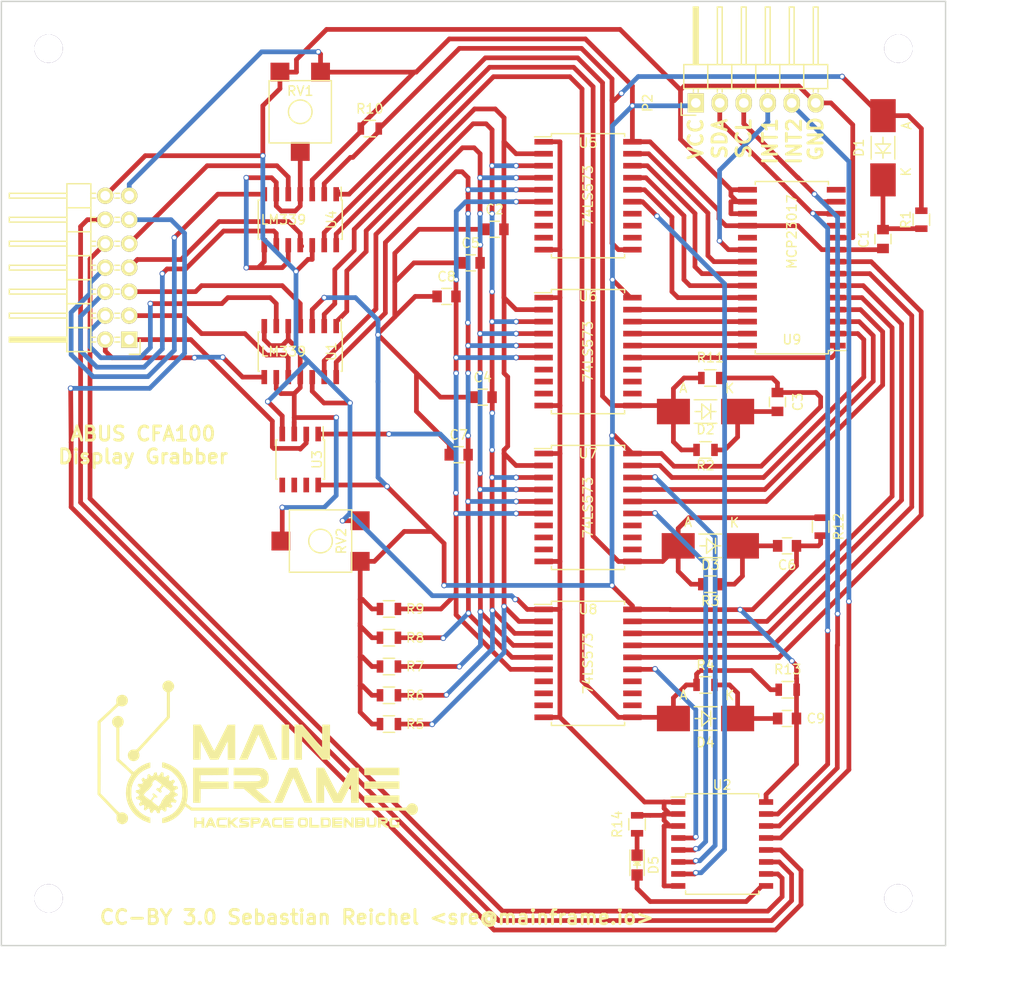
<source format=kicad_pcb>
(kicad_pcb (version 20171130) (host pcbnew "(5.1.12)-1")
  (title_block (title "ABUS CFA1000 Display Grabber") (date 2016-07-31) (rev 3.0) (company Mainframe))
  (layers (0 F.Cu signal) (31 B.Cu signal) (34 B.Paste user) (35 F.Paste user) (36 B.SilkS user) (37 F.SilkS user) (38 B.Mask user) (39 F.Mask user) (44 Edge.Cuts user))
  (net 0 "")
  (net 1 /SEG4)
  (net 2 /SEG3)
  (net 3 /SEG2)
  (net 4 /SEG1)
  (net 5 /SEG0)
  (net 6 /COM3)
  (net 7 /COM2)
  (net 8 /COM1)
  (net 9 /COM0)
  (net 10 +5V)
  (net 11 /SDA)
  (net 12 /SCL)
  (net 13 GND)
  (net 14 /SEG0clean)
  (net 15 /SEG1clean)
  (net 16 /SEG2clean)
  (net 17 /SEG3clean)
  (net 18 /SEG4clean)
  (net 19 "Net-(U5-Pad16)")
  (net 20 "Net-(U5-Pad17)")
  (net 21 "Net-(U5-Pad18)")
  (net 22 "Net-(U5-Pad19)")
  (net 23 "Net-(U6-Pad15)")
  (net 24 "Net-(U6-Pad16)")
  (net 25 "Net-(U6-Pad17)")
  (net 26 "Net-(U6-Pad18)")
  (net 27 "Net-(U7-Pad16)")
  (net 28 "Net-(U7-Pad17)")
  (net 29 "Net-(U8-Pad16)")
  (net 30 "Net-(U8-Pad17)")
  (net 31 "Net-(U8-Pad18)")
  (net 32 /COM1clean)
  (net 33 /COM0clean)
  (net 34 /COM2clean)
  (net 35 /COM3clean)
  (net 36 /LOCK)
  (net 37 /UNLOCK)
  (net 38 /Vhigh)
  (net 39 /Vlow)
  (net 40 "Net-(C1-Pad1)")
  (net 41 "Net-(C3-Pad1)")
  (net 42 "Net-(C6-Pad1)")
  (net 43 "Net-(C9-Pad1)")
  (net 44 "Net-(U6-Pad19)")
  (net 45 "Net-(U7-Pad19)")
  (net 46 "Net-(U8-Pad19)")
  (net 47 /SETUP)
  (net 48 /INT1)
  (net 49 /INT2)
  (net 50 /COM0_SEG4)
  (net 51 /COM3_SEG4)
  (net 52 /COM3_SEG1)
  (net 53 /COM4_SEG4)
  (net 54 /LED)
  (net 55 "Net-(D5-Pad1)")
  (module acs-display-grabber:logo2_front (layer F.Cu) (at 131.064 132.842)
    (fp_text reference G***_2 hide)
    (fp_text value LOGO hide)
  )
  (module Mounting_Holes:MountingHole_3mm (layer F.Cu) (at 199 148)
    (fp_text reference REF**_4 hide)
    (fp_text value MountingHole_3mm hide)
    (pad 1 thru_hole circle (at 0 0) (size 3 3) (drill 3) (layers *.Cu *.Mask))
  )
  (module Mounting_Holes:MountingHole_3mm (layer F.Cu) (at 109 148)
    (fp_text reference REF**_3 hide)
    (fp_text value MountingHole_3mm hide)
    (pad 1 thru_hole circle (at 0 0) (size 3 3) (drill 3) (layers *.Cu *.Mask))
  )
  (module Mounting_Holes:MountingHole_3mm (layer F.Cu) (at 199 58)
    (fp_text reference REF**_2 hide)
    (fp_text value MountingHole_3mm hide)
    (pad 1 thru_hole circle (at 0 0) (size 3 3) (drill 3) (layers *.Cu *.Mask))
  )
  (module Mounting_Holes:MountingHole_3mm (layer F.Cu) (at 109 58)
    (fp_text reference REF** hide)
    (fp_text value MountingHole_3mm hide)
    (pad 1 thru_hole circle (at 0 0) (size 3 3) (drill 3) (layers *.Cu *.Mask))
  )
  (module Housings_SOIC:SOIC-28_7.5x17.9mm_Pitch1.27mm (layer F.Cu) (at 187.72 81.2 180)
    (fp_text reference U9 (at 0 -7.62 180) (layer F.SilkS))
    (fp_text value MCP23017 (at 0 3.81 270) (layer F.SilkS))
    (pad 1 smd rect (at -4.7 -8.255 180) (size 2 0.6) (layers F.Cu F.Paste F.Mask) (net 23 "Net-(U6-Pad15)"))
    (pad 2 smd rect (at -4.7 -6.985 180) (size 2 0.6) (layers F.Cu F.Paste F.Mask) (net 45 "Net-(U7-Pad19)"))
    (pad 3 smd rect (at -4.7 -5.715 180) (size 2 0.6) (layers F.Cu F.Paste F.Mask) (net 28 "Net-(U7-Pad17)"))
    (pad 4 smd rect (at -4.7 -4.445 180) (size 2 0.6) (layers F.Cu F.Paste F.Mask) (net 27 "Net-(U7-Pad16)"))
    (pad 5 smd rect (at -4.7 -3.175 180) (size 2 0.6) (layers F.Cu F.Paste F.Mask) (net 46 "Net-(U8-Pad19)"))
    (pad 6 smd rect (at -4.7 -1.905 180) (size 2 0.6) (layers F.Cu F.Paste F.Mask) (net 31 "Net-(U8-Pad18)"))
    (pad 7 smd rect (at -4.7 -0.635 180) (size 2 0.6) (layers F.Cu F.Paste F.Mask) (net 30 "Net-(U8-Pad17)"))
    (pad 8 smd rect (at -4.7 0.635 180) (size 2 0.6) (layers F.Cu F.Paste F.Mask) (net 29 "Net-(U8-Pad16)"))
    (pad 9 smd rect (at -4.7 1.905 180) (size 2 0.6) (layers F.Cu F.Paste F.Mask) (net 10 +5V))
    (pad 10 smd rect (at -4.7 3.175 180) (size 2 0.6) (layers F.Cu F.Paste F.Mask) (net 13 GND))
    (pad 11 smd rect (at -4.7 4.445 180) (size 2 0.6) (layers F.Cu F.Paste F.Mask))
    (pad 12 smd rect (at -4.7 5.715 180) (size 2 0.6) (layers F.Cu F.Paste F.Mask) (net 11 /SDA))
    (pad 13 smd rect (at -4.7 6.985 180) (size 2 0.6) (layers F.Cu F.Paste F.Mask) (net 12 /SCL))
    (pad 14 smd rect (at -4.7 8.255 180) (size 2 0.6) (layers F.Cu F.Paste F.Mask))
    (pad 15 smd rect (at 4.7 8.255 180) (size 2 0.6) (layers F.Cu F.Paste F.Mask) (net 13 GND))
    (pad 16 smd rect (at 4.7 6.985 180) (size 2 0.6) (layers F.Cu F.Paste F.Mask) (net 13 GND))
    (pad 17 smd rect (at 4.7 5.715 180) (size 2 0.6) (layers F.Cu F.Paste F.Mask) (net 13 GND))
    (pad 18 smd rect (at 4.7 4.445 180) (size 2 0.6) (layers F.Cu F.Paste F.Mask) (net 10 +5V))
    (pad 19 smd rect (at 4.7 3.175 180) (size 2 0.6) (layers F.Cu F.Paste F.Mask))
    (pad 20 smd rect (at 4.7 1.905 180) (size 2 0.6) (layers F.Cu F.Paste F.Mask) (net 48 /INT1))
    (pad 21 smd rect (at 4.7 0.635 180) (size 2 0.6) (layers F.Cu F.Paste F.Mask) (net 22 "Net-(U5-Pad19)"))
    (pad 22 smd rect (at 4.7 -0.635 180) (size 2 0.6) (layers F.Cu F.Paste F.Mask) (net 21 "Net-(U5-Pad18)"))
    (pad 23 smd rect (at 4.7 -1.905 180) (size 2 0.6) (layers F.Cu F.Paste F.Mask) (net 20 "Net-(U5-Pad17)"))
    (pad 24 smd rect (at 4.7 -3.175 180) (size 2 0.6) (layers F.Cu F.Paste F.Mask) (net 19 "Net-(U5-Pad16)"))
    (pad 25 smd rect (at 4.7 -4.445 180) (size 2 0.6) (layers F.Cu F.Paste F.Mask) (net 44 "Net-(U6-Pad19)"))
    (pad 26 smd rect (at 4.7 -5.715 180) (size 2 0.6) (layers F.Cu F.Paste F.Mask) (net 26 "Net-(U6-Pad18)"))
    (pad 27 smd rect (at 4.7 -6.985 180) (size 2 0.6) (layers F.Cu F.Paste F.Mask) (net 25 "Net-(U6-Pad17)"))
    (pad 28 smd rect (at 4.7 -8.255 180) (size 2 0.6) (layers F.Cu F.Paste F.Mask) (net 24 "Net-(U6-Pad16)"))
  )
  (module Housings_SOIC:SOIC-14_3.9x8.7mm_Pitch1.27mm (layer F.Cu) (at 135.65 90.09 270)
    (fp_text reference U1 (at 0 -3.302 270) (layer F.SilkS))
    (fp_text value LM339 (at 0 1.778) (layer F.SilkS))
    (pad 1 smd rect (at -2.7 -3.81 270) (size 1.5 0.6) (layers F.Cu F.Paste F.Mask) (net 15 /SEG1clean))
    (pad 2 smd rect (at -2.7 -2.54 270) (size 1.5 0.6) (layers F.Cu F.Paste F.Mask) (net 14 /SEG0clean))
    (pad 3 smd rect (at -2.7 -1.27 270) (size 1.5 0.6) (layers F.Cu F.Paste F.Mask) (net 10 +5V))
    (pad 4 smd rect (at -2.7 0 270) (size 1.5 0.6) (layers F.Cu F.Paste F.Mask) (net 5 /SEG0))
    (pad 5 smd rect (at -2.7 1.27 270) (size 1.5 0.6) (layers F.Cu F.Paste F.Mask) (net 39 /Vlow))
    (pad 6 smd rect (at -2.7 2.54 270) (size 1.5 0.6) (layers F.Cu F.Paste F.Mask) (net 4 /SEG1))
    (pad 7 smd rect (at -2.7 3.81 270) (size 1.5 0.6) (layers F.Cu F.Paste F.Mask) (net 39 /Vlow))
    (pad 8 smd rect (at 2.7 3.81 270) (size 1.5 0.6) (layers F.Cu F.Paste F.Mask) (net 2 /SEG3))
    (pad 9 smd rect (at 2.7 2.54 270) (size 1.5 0.6) (layers F.Cu F.Paste F.Mask) (net 39 /Vlow))
    (pad 10 smd rect (at 2.7 1.27 270) (size 1.5 0.6) (layers F.Cu F.Paste F.Mask) (net 3 /SEG2))
    (pad 11 smd rect (at 2.7 0 270) (size 1.5 0.6) (layers F.Cu F.Paste F.Mask) (net 39 /Vlow))
    (pad 12 smd rect (at 2.7 -1.27 270) (size 1.5 0.6) (layers F.Cu F.Paste F.Mask) (net 13 GND))
    (pad 13 smd rect (at 2.7 -2.54 270) (size 1.5 0.6) (layers F.Cu F.Paste F.Mask) (net 16 /SEG2clean))
    (pad 14 smd rect (at 2.7 -3.81 270) (size 1.5 0.6) (layers F.Cu F.Paste F.Mask) (net 17 /SEG3clean))
  )
  (module Housings_SOIC:SOIC-8_3.9x4.9mm_Pitch1.27mm (layer F.Cu) (at 135.65 101.52 270)
    (fp_text reference U3 (at 0 -1.778 270) (layer F.SilkS))
    (fp_text value LM393)
    (pad 1 smd rect (at -2.7 -1.905 270) (size 1.55 0.6) (layers F.Cu F.Paste F.Mask) (net 18 /SEG4clean))
    (pad 2 smd rect (at -2.7 -0.635 270) (size 1.55 0.6) (layers F.Cu F.Paste F.Mask) (net 1 /SEG4))
    (pad 3 smd rect (at -2.7 0.635 270) (size 1.55 0.6) (layers F.Cu F.Paste F.Mask) (net 39 /Vlow))
    (pad 4 smd rect (at -2.7 1.905 270) (size 1.55 0.6) (layers F.Cu F.Paste F.Mask) (net 13 GND))
    (pad 5 smd rect (at 2.7 1.905 270) (size 1.55 0.6) (layers F.Cu F.Paste F.Mask))
    (pad 6 smd rect (at 2.7 0.635 270) (size 1.55 0.6) (layers F.Cu F.Paste F.Mask))
    (pad 7 smd rect (at 2.7 -0.635 270) (size 1.55 0.6) (layers F.Cu F.Paste F.Mask))
    (pad 8 smd rect (at 2.7 -1.905 270) (size 1.55 0.6) (layers F.Cu F.Paste F.Mask) (net 10 +5V))
  )
  (module Housings_SOIC:SOIC-14_3.9x8.7mm_Pitch1.27mm (layer F.Cu) (at 135.65 76.12 270)
    (fp_text reference U4 (at 0 -3.302 270) (layer F.SilkS))
    (fp_text value LM339 (at 0 1.778) (layer F.SilkS))
    (pad 1 smd rect (at -2.7 -3.81 270) (size 1.5 0.6) (layers F.Cu F.Paste F.Mask) (net 32 /COM1clean))
    (pad 2 smd rect (at -2.7 -2.54 270) (size 1.5 0.6) (layers F.Cu F.Paste F.Mask) (net 33 /COM0clean))
    (pad 3 smd rect (at -2.7 -1.27 270) (size 1.5 0.6) (layers F.Cu F.Paste F.Mask) (net 10 +5V))
    (pad 4 smd rect (at -2.7 0 270) (size 1.5 0.6) (layers F.Cu F.Paste F.Mask) (net 38 /Vhigh))
    (pad 5 smd rect (at -2.7 1.27 270) (size 1.5 0.6) (layers F.Cu F.Paste F.Mask) (net 9 /COM0))
    (pad 6 smd rect (at -2.7 2.54 270) (size 1.5 0.6) (layers F.Cu F.Paste F.Mask) (net 38 /Vhigh))
    (pad 7 smd rect (at -2.7 3.81 270) (size 1.5 0.6) (layers F.Cu F.Paste F.Mask) (net 8 /COM1))
    (pad 8 smd rect (at 2.7 3.81 270) (size 1.5 0.6) (layers F.Cu F.Paste F.Mask) (net 38 /Vhigh))
    (pad 9 smd rect (at 2.7 2.54 270) (size 1.5 0.6) (layers F.Cu F.Paste F.Mask) (net 6 /COM3))
    (pad 10 smd rect (at 2.7 1.27 270) (size 1.5 0.6) (layers F.Cu F.Paste F.Mask) (net 38 /Vhigh))
    (pad 11 smd rect (at 2.7 0 270) (size 1.5 0.6) (layers F.Cu F.Paste F.Mask) (net 7 /COM2))
    (pad 12 smd rect (at 2.7 -1.27 270) (size 1.5 0.6) (layers F.Cu F.Paste F.Mask) (net 13 GND))
    (pad 13 smd rect (at 2.7 -2.54 270) (size 1.5 0.6) (layers F.Cu F.Paste F.Mask) (net 34 /COM2clean))
    (pad 14 smd rect (at 2.7 -3.81 270) (size 1.5 0.6) (layers F.Cu F.Paste F.Mask) (net 35 /COM3clean))
  )
  (module Housings_SOIC:SOIC-20_7.5x12.8mm_Pitch1.27mm (layer F.Cu) (at 166.13 73.58)
    (fp_text reference U5 (at 0 -5.588) (layer F.SilkS))
    (fp_text value 74LS573 (at 0 0 90) (layer F.SilkS))
    (pad 1 smd rect (at -4.7 -5.715) (size 1.95 0.6) (layers F.Cu F.Paste F.Mask) (net 13 GND))
    (pad 2 smd rect (at -4.7 -4.445) (size 1.95 0.6) (layers F.Cu F.Paste F.Mask) (net 14 /SEG0clean))
    (pad 3 smd rect (at -4.7 -3.175) (size 1.95 0.6) (layers F.Cu F.Paste F.Mask) (net 15 /SEG1clean))
    (pad 4 smd rect (at -4.7 -1.905) (size 1.95 0.6) (layers F.Cu F.Paste F.Mask) (net 16 /SEG2clean))
    (pad 5 smd rect (at -4.7 -0.635) (size 1.95 0.6) (layers F.Cu F.Paste F.Mask) (net 17 /SEG3clean))
    (pad 6 smd rect (at -4.7 0.635) (size 1.95 0.6) (layers F.Cu F.Paste F.Mask) (net 18 /SEG4clean))
    (pad 7 smd rect (at -4.7 1.905) (size 1.95 0.6) (layers F.Cu F.Paste F.Mask))
    (pad 8 smd rect (at -4.7 3.175) (size 1.95 0.6) (layers F.Cu F.Paste F.Mask))
    (pad 9 smd rect (at -4.7 4.445) (size 1.95 0.6) (layers F.Cu F.Paste F.Mask))
    (pad 10 smd rect (at -4.7 5.715) (size 1.95 0.6) (layers F.Cu F.Paste F.Mask) (net 13 GND))
    (pad 11 smd rect (at 4.7 5.715) (size 1.95 0.6) (layers F.Cu F.Paste F.Mask) (net 33 /COM0clean))
    (pad 12 smd rect (at 4.7 4.445) (size 1.95 0.6) (layers F.Cu F.Paste F.Mask))
    (pad 13 smd rect (at 4.7 3.175) (size 1.95 0.6) (layers F.Cu F.Paste F.Mask))
    (pad 14 smd rect (at 4.7 1.905) (size 1.95 0.6) (layers F.Cu F.Paste F.Mask))
    (pad 15 smd rect (at 4.7 0.635) (size 1.95 0.6) (layers F.Cu F.Paste F.Mask) (net 50 /COM0_SEG4))
    (pad 16 smd rect (at 4.7 -0.635) (size 1.95 0.6) (layers F.Cu F.Paste F.Mask) (net 19 "Net-(U5-Pad16)"))
    (pad 17 smd rect (at 4.7 -1.905) (size 1.95 0.6) (layers F.Cu F.Paste F.Mask) (net 20 "Net-(U5-Pad17)"))
    (pad 18 smd rect (at 4.7 -3.175) (size 1.95 0.6) (layers F.Cu F.Paste F.Mask) (net 21 "Net-(U5-Pad18)"))
    (pad 19 smd rect (at 4.7 -4.445) (size 1.95 0.6) (layers F.Cu F.Paste F.Mask) (net 22 "Net-(U5-Pad19)"))
    (pad 20 smd rect (at 4.7 -5.715) (size 1.95 0.6) (layers F.Cu F.Paste F.Mask) (net 10 +5V))
  )
  (module Housings_SOIC:SOIC-20_7.5x12.8mm_Pitch1.27mm (layer F.Cu) (at 166.13 106.6)
    (fp_text reference U7 (at 0 -5.715) (layer F.SilkS))
    (fp_text value 74LS573 (at 0 0 90) (layer F.SilkS))
    (pad 1 smd rect (at -4.7 -5.715) (size 1.95 0.6) (layers F.Cu F.Paste F.Mask) (net 13 GND))
    (pad 2 smd rect (at -4.7 -4.445) (size 1.95 0.6) (layers F.Cu F.Paste F.Mask) (net 14 /SEG0clean))
    (pad 3 smd rect (at -4.7 -3.175) (size 1.95 0.6) (layers F.Cu F.Paste F.Mask) (net 15 /SEG1clean))
    (pad 4 smd rect (at -4.7 -1.905) (size 1.95 0.6) (layers F.Cu F.Paste F.Mask) (net 16 /SEG2clean))
    (pad 5 smd rect (at -4.7 -0.635) (size 1.95 0.6) (layers F.Cu F.Paste F.Mask) (net 17 /SEG3clean))
    (pad 6 smd rect (at -4.7 0.635) (size 1.95 0.6) (layers F.Cu F.Paste F.Mask) (net 18 /SEG4clean))
    (pad 7 smd rect (at -4.7 1.905) (size 1.95 0.6) (layers F.Cu F.Paste F.Mask))
    (pad 8 smd rect (at -4.7 3.175) (size 1.95 0.6) (layers F.Cu F.Paste F.Mask))
    (pad 9 smd rect (at -4.7 4.445) (size 1.95 0.6) (layers F.Cu F.Paste F.Mask))
    (pad 10 smd rect (at -4.7 5.715) (size 1.95 0.6) (layers F.Cu F.Paste F.Mask) (net 13 GND))
    (pad 11 smd rect (at 4.7 5.715) (size 1.95 0.6) (layers F.Cu F.Paste F.Mask) (net 34 /COM2clean))
    (pad 12 smd rect (at 4.7 4.445) (size 1.95 0.6) (layers F.Cu F.Paste F.Mask))
    (pad 13 smd rect (at 4.7 3.175) (size 1.95 0.6) (layers F.Cu F.Paste F.Mask))
    (pad 14 smd rect (at 4.7 1.905) (size 1.95 0.6) (layers F.Cu F.Paste F.Mask))
    (pad 15 smd rect (at 4.7 0.635) (size 1.95 0.6) (layers F.Cu F.Paste F.Mask) (net 51 /COM3_SEG4))
    (pad 16 smd rect (at 4.7 -0.635) (size 1.95 0.6) (layers F.Cu F.Paste F.Mask) (net 27 "Net-(U7-Pad16)"))
    (pad 17 smd rect (at 4.7 -1.905) (size 1.95 0.6) (layers F.Cu F.Paste F.Mask) (net 28 "Net-(U7-Pad17)"))
    (pad 18 smd rect (at 4.7 -3.175) (size 1.95 0.6) (layers F.Cu F.Paste F.Mask) (net 52 /COM3_SEG1))
    (pad 19 smd rect (at 4.7 -4.445) (size 1.95 0.6) (layers F.Cu F.Paste F.Mask) (net 45 "Net-(U7-Pad19)"))
    (pad 20 smd rect (at 4.7 -5.715) (size 1.95 0.6) (layers F.Cu F.Paste F.Mask) (net 10 +5V))
  )
  (module Housings_SOIC:SOIC-20_7.5x12.8mm_Pitch1.27mm (layer F.Cu) (at 166.13 123.11)
    (fp_text reference U8 (at 0 -5.715) (layer F.SilkS))
    (fp_text value 74LS573 (at 0 0 90) (layer F.SilkS))
    (pad 1 smd rect (at -4.7 -5.715) (size 1.95 0.6) (layers F.Cu F.Paste F.Mask) (net 13 GND))
    (pad 2 smd rect (at -4.7 -4.445) (size 1.95 0.6) (layers F.Cu F.Paste F.Mask) (net 14 /SEG0clean))
    (pad 3 smd rect (at -4.7 -3.175) (size 1.95 0.6) (layers F.Cu F.Paste F.Mask) (net 15 /SEG1clean))
    (pad 4 smd rect (at -4.7 -1.905) (size 1.95 0.6) (layers F.Cu F.Paste F.Mask) (net 16 /SEG2clean))
    (pad 5 smd rect (at -4.7 -0.635) (size 1.95 0.6) (layers F.Cu F.Paste F.Mask) (net 17 /SEG3clean))
    (pad 6 smd rect (at -4.7 0.635) (size 1.95 0.6) (layers F.Cu F.Paste F.Mask) (net 18 /SEG4clean))
    (pad 7 smd rect (at -4.7 1.905) (size 1.95 0.6) (layers F.Cu F.Paste F.Mask))
    (pad 8 smd rect (at -4.7 3.175) (size 1.95 0.6) (layers F.Cu F.Paste F.Mask))
    (pad 9 smd rect (at -4.7 4.445) (size 1.95 0.6) (layers F.Cu F.Paste F.Mask))
    (pad 10 smd rect (at -4.7 5.715) (size 1.95 0.6) (layers F.Cu F.Paste F.Mask) (net 13 GND))
    (pad 11 smd rect (at 4.7 5.715) (size 1.95 0.6) (layers F.Cu F.Paste F.Mask) (net 35 /COM3clean))
    (pad 12 smd rect (at 4.7 4.445) (size 1.95 0.6) (layers F.Cu F.Paste F.Mask))
    (pad 13 smd rect (at 4.7 3.175) (size 1.95 0.6) (layers F.Cu F.Paste F.Mask))
    (pad 14 smd rect (at 4.7 1.905) (size 1.95 0.6) (layers F.Cu F.Paste F.Mask))
    (pad 15 smd rect (at 4.7 0.635) (size 1.95 0.6) (layers F.Cu F.Paste F.Mask) (net 53 /COM4_SEG4))
    (pad 16 smd rect (at 4.7 -0.635) (size 1.95 0.6) (layers F.Cu F.Paste F.Mask) (net 29 "Net-(U8-Pad16)"))
    (pad 17 smd rect (at 4.7 -1.905) (size 1.95 0.6) (layers F.Cu F.Paste F.Mask) (net 30 "Net-(U8-Pad17)"))
    (pad 18 smd rect (at 4.7 -3.175) (size 1.95 0.6) (layers F.Cu F.Paste F.Mask) (net 31 "Net-(U8-Pad18)"))
    (pad 19 smd rect (at 4.7 -4.445) (size 1.95 0.6) (layers F.Cu F.Paste F.Mask) (net 46 "Net-(U8-Pad19)"))
    (pad 20 smd rect (at 4.7 -5.715) (size 1.95 0.6) (layers F.Cu F.Paste F.Mask) (net 10 +5V))
  )
  (module Housings_SOIC:SOIC-20_7.5x12.8mm_Pitch1.27mm (layer F.Cu) (at 166.13 90.09)
    (fp_text reference U6 (at 0 -5.842) (layer F.SilkS))
    (fp_text value 74LS573 (at 0 0 90) (layer F.SilkS))
    (pad 1 smd rect (at -4.7 -5.715) (size 1.95 0.6) (layers F.Cu F.Paste F.Mask) (net 13 GND))
    (pad 2 smd rect (at -4.7 -4.445) (size 1.95 0.6) (layers F.Cu F.Paste F.Mask) (net 14 /SEG0clean))
    (pad 3 smd rect (at -4.7 -3.175) (size 1.95 0.6) (layers F.Cu F.Paste F.Mask) (net 15 /SEG1clean))
    (pad 4 smd rect (at -4.7 -1.905) (size 1.95 0.6) (layers F.Cu F.Paste F.Mask) (net 16 /SEG2clean))
    (pad 5 smd rect (at -4.7 -0.635) (size 1.95 0.6) (layers F.Cu F.Paste F.Mask) (net 17 /SEG3clean))
    (pad 6 smd rect (at -4.7 0.635) (size 1.95 0.6) (layers F.Cu F.Paste F.Mask) (net 18 /SEG4clean))
    (pad 7 smd rect (at -4.7 1.905) (size 1.95 0.6) (layers F.Cu F.Paste F.Mask))
    (pad 8 smd rect (at -4.7 3.175) (size 1.95 0.6) (layers F.Cu F.Paste F.Mask))
    (pad 9 smd rect (at -4.7 4.445) (size 1.95 0.6) (layers F.Cu F.Paste F.Mask))
    (pad 10 smd rect (at -4.7 5.715) (size 1.95 0.6) (layers F.Cu F.Paste F.Mask) (net 13 GND))
    (pad 11 smd rect (at 4.7 5.715) (size 1.95 0.6) (layers F.Cu F.Paste F.Mask) (net 32 /COM1clean))
    (pad 12 smd rect (at 4.7 4.445) (size 1.95 0.6) (layers F.Cu F.Paste F.Mask))
    (pad 13 smd rect (at 4.7 3.175) (size 1.95 0.6) (layers F.Cu F.Paste F.Mask))
    (pad 14 smd rect (at 4.7 1.905) (size 1.95 0.6) (layers F.Cu F.Paste F.Mask))
    (pad 15 smd rect (at 4.7 0.635) (size 1.95 0.6) (layers F.Cu F.Paste F.Mask) (net 23 "Net-(U6-Pad15)"))
    (pad 16 smd rect (at 4.7 -0.635) (size 1.95 0.6) (layers F.Cu F.Paste F.Mask) (net 24 "Net-(U6-Pad16)"))
    (pad 17 smd rect (at 4.7 -1.905) (size 1.95 0.6) (layers F.Cu F.Paste F.Mask) (net 25 "Net-(U6-Pad17)"))
    (pad 18 smd rect (at 4.7 -3.175) (size 1.95 0.6) (layers F.Cu F.Paste F.Mask) (net 26 "Net-(U6-Pad18)"))
    (pad 19 smd rect (at 4.7 -4.445) (size 1.95 0.6) (layers F.Cu F.Paste F.Mask) (net 44 "Net-(U6-Pad19)"))
    (pad 20 smd rect (at 4.7 -5.715) (size 1.95 0.6) (layers F.Cu F.Paste F.Mask) (net 10 +5V))
  )
  (module Pin_Headers:Pin_Header_Angled_2x07 (layer F.Cu) (at 117.54 88.82 180)
    (fp_text reference P1 hide)
    (fp_text value CONN_02X07 hide)
    (pad 1 thru_hole rect (at 0 0 180) (size 1.7272 1.7272) (drill 1.016) (layers *.Cu *.Mask F.SilkS) (net 1 /SEG4))
    (pad 2 thru_hole oval (at 2.54 0 180) (size 1.7272 1.7272) (drill 1.016) (layers *.Cu *.Mask F.SilkS) (net 2 /SEG3))
    (pad 3 thru_hole oval (at 0 2.54 180) (size 1.7272 1.7272) (drill 1.016) (layers *.Cu *.Mask F.SilkS) (net 3 /SEG2))
    (pad 4 thru_hole oval (at 2.54 2.54 180) (size 1.7272 1.7272) (drill 1.016) (layers *.Cu *.Mask F.SilkS) (net 4 /SEG1))
    (pad 5 thru_hole oval (at 0 5.08 180) (size 1.7272 1.7272) (drill 1.016) (layers *.Cu *.Mask F.SilkS) (net 5 /SEG0))
    (pad 6 thru_hole oval (at 2.54 5.08 180) (size 1.7272 1.7272) (drill 1.016) (layers *.Cu *.Mask F.SilkS) (net 6 /COM3))
    (pad 7 thru_hole oval (at 0 7.62 180) (size 1.7272 1.7272) (drill 1.016) (layers *.Cu *.Mask F.SilkS) (net 7 /COM2))
    (pad 8 thru_hole oval (at 2.54 7.62 180) (size 1.7272 1.7272) (drill 1.016) (layers *.Cu *.Mask F.SilkS) (net 8 /COM1))
    (pad 9 thru_hole oval (at 0 10.16 180) (size 1.7272 1.7272) (drill 1.016) (layers *.Cu *.Mask F.SilkS) (net 9 /COM0))
    (pad 10 thru_hole oval (at 2.54 10.16 180) (size 1.7272 1.7272) (drill 1.016) (layers *.Cu *.Mask F.SilkS) (net 36 /LOCK))
    (pad 11 thru_hole oval (at 0 12.7 180) (size 1.7272 1.7272) (drill 1.016) (layers *.Cu *.Mask F.SilkS) (net 47 /SETUP))
    (pad 12 thru_hole oval (at 2.54 12.7 180) (size 1.7272 1.7272) (drill 1.016) (layers *.Cu *.Mask F.SilkS) (net 37 /UNLOCK))
    (pad 13 thru_hole oval (at 0 15.24 180) (size 1.7272 1.7272) (drill 1.016) (layers *.Cu *.Mask F.SilkS) (net 10 +5V))
    (pad 14 thru_hole oval (at 2.54 15.24 180) (size 1.7272 1.7272) (drill 1.016) (layers *.Cu *.Mask F.SilkS) (net 13 GND))
  )
  (module "ACP CA6:ACP_CA6" (layer F.Cu) (at 135.65 64.69 180)
    (fp_text reference RV1 (at 0 2.2 180) (layer F.SilkS))
    (fp_text value POT)
    (pad 1 smd rect (at -2.15 4.2 180) (size 2 2) (layers F.Cu F.Paste F.Mask) (net 10 +5V))
    (pad 2 smd rect (at 0 -4.2 180) (size 2 2) (layers F.Cu F.Paste F.Mask) (net 38 /Vhigh))
    (pad 3 smd rect (at 2.15 4.2 180) (size 2 2) (layers F.Cu F.Paste F.Mask) (net 13 GND))
  )
  (module "ACP CA6:ACP_CA6" (layer F.Cu) (at 137.8 110.156 90)
    (fp_text reference RV2 (at 0 2.2 90) (layer F.SilkS))
    (fp_text value POT)
    (pad 1 smd rect (at -2.15 4.2 90) (size 2 2) (layers F.Cu F.Paste F.Mask) (net 10 +5V))
    (pad 2 smd rect (at 0 -4.2 90) (size 2 2) (layers F.Cu F.Paste F.Mask) (net 39 /Vlow))
    (pad 3 smd rect (at 2.15 4.2 90) (size 2 2) (layers F.Cu F.Paste F.Mask) (net 13 GND))
  )
  (module Capacitors_SMD:C_0805 (layer F.Cu) (at 197.372 78.168 270)
    (fp_text reference C1 (at 0 2.032 270) (layer F.SilkS))
    (fp_text value 20nF)
    (pad 1 smd rect (at -1 0 270) (size 1 1.25) (layers F.Cu F.Paste F.Mask) (net 40 "Net-(C1-Pad1)"))
    (pad 2 smd rect (at 1 0 270) (size 1 1.25) (layers F.Cu F.Paste F.Mask) (net 10 +5V))
  )
  (module Capacitors_SMD:C_0805 (layer F.Cu) (at 156.224 77.136)
    (fp_text reference C2 (at 0 -2.1) (layer F.SilkS))
    (fp_text value 10nF)
    (pad 1 smd rect (at -1 0) (size 1 1.25) (layers F.Cu F.Paste F.Mask) (net 10 +5V))
    (pad 2 smd rect (at 1 0) (size 1 1.25) (layers F.Cu F.Paste F.Mask) (net 14 /SEG0clean))
  )
  (module Capacitors_SMD:C_0805 (layer F.Cu) (at 186.196 95.424 90)
    (fp_text reference C3 (at 0 2.159 90) (layer F.SilkS))
    (fp_text value 20nF)
    (pad 1 smd rect (at -1 0 90) (size 1 1.25) (layers F.Cu F.Paste F.Mask) (net 41 "Net-(C3-Pad1)"))
    (pad 2 smd rect (at 1 0 90) (size 1 1.25) (layers F.Cu F.Paste F.Mask) (net 10 +5V))
  )
  (module Capacitors_SMD:C_0805 (layer F.Cu) (at 154.97 94.916)
    (fp_text reference C4 (at 0 -2.1) (layer F.SilkS))
    (fp_text value 10nF)
    (pad 1 smd rect (at -1 0) (size 1 1.25) (layers F.Cu F.Paste F.Mask) (net 10 +5V))
    (pad 2 smd rect (at 1 0) (size 1 1.25) (layers F.Cu F.Paste F.Mask) (net 15 /SEG1clean))
  )
  (module Capacitors_SMD:C_0805 (layer F.Cu) (at 153.7 80.692)
    (fp_text reference C5 (at 0 -2.1) (layer F.SilkS))
    (fp_text value 10nF)
    (pad 1 smd rect (at -1 0) (size 1 1.25) (layers F.Cu F.Paste F.Mask) (net 10 +5V))
    (pad 2 smd rect (at 1 0) (size 1 1.25) (layers F.Cu F.Paste F.Mask) (net 16 /SEG2clean))
  )
  (module Capacitors_SMD:C_0805 (layer F.Cu) (at 187.212 110.664)
    (fp_text reference C6 (at 0 2.032) (layer F.SilkS))
    (fp_text value 20nF)
    (pad 1 smd rect (at -1 0) (size 1 1.25) (layers F.Cu F.Paste F.Mask) (net 42 "Net-(C6-Pad1)"))
    (pad 2 smd rect (at 1 0) (size 1 1.25) (layers F.Cu F.Paste F.Mask) (net 10 +5V))
  )
  (module Capacitors_SMD:C_0805 (layer F.Cu) (at 152.43 101.012)
    (fp_text reference C7 (at 0 -2.1) (layer F.SilkS))
    (fp_text value 10nF)
    (pad 1 smd rect (at -1 0) (size 1 1.25) (layers F.Cu F.Paste F.Mask) (net 10 +5V))
    (pad 2 smd rect (at 1 0) (size 1 1.25) (layers F.Cu F.Paste F.Mask) (net 17 /SEG3clean))
  )
  (module Capacitors_SMD:C_0805 (layer F.Cu) (at 151.144 84.248)
    (fp_text reference C8 (at 0 -2.1) (layer F.SilkS))
    (fp_text value 10nF)
    (pad 1 smd rect (at -1 0) (size 1 1.25) (layers F.Cu F.Paste F.Mask) (net 10 +5V))
    (pad 2 smd rect (at 1 0) (size 1 1.25) (layers F.Cu F.Paste F.Mask) (net 18 /SEG4clean))
  )
  (module Capacitors_SMD:C_0805 (layer F.Cu) (at 187.212 128.952)
    (fp_text reference C9 (at 3.048 0) (layer F.SilkS))
    (fp_text value 20nF)
    (pad 1 smd rect (at -1 0) (size 1 1.25) (layers F.Cu F.Paste F.Mask) (net 43 "Net-(C9-Pad1)"))
    (pad 2 smd rect (at 1 0) (size 1 1.25) (layers F.Cu F.Paste F.Mask) (net 10 +5V))
  )
  (module Diodes_SMD:MELF_Handsoldering (layer F.Cu) (at 197.372 68.5 90)
    (fp_text reference D1 (at 0 -2.54 90) (layer F.SilkS))
    (fp_text value 1N4007)
    (fp_text user K (at -2.55 2.45 90) (layer F.SilkS))
    (fp_text user A (at 2.35 2.5 90) (layer F.SilkS))
    (pad 1 smd rect (at -3.40106 0 90) (size 3.50012 2.70002) (layers F.Cu F.Paste F.Mask) (net 40 "Net-(C1-Pad1)"))
    (pad 2 smd rect (at 3.40106 0 90) (size 3.50012 2.70002) (layers F.Cu F.Paste F.Mask) (net 33 /COM0clean))
  )
  (module Diodes_SMD:MELF_Handsoldering (layer F.Cu) (at 178.576 96.44 180)
    (fp_text reference D2 (at 0 -1.905 180) (layer F.SilkS))
    (fp_text value 1N4007)
    (fp_text user K (at -2.55 2.45 180) (layer F.SilkS))
    (fp_text user A (at 2.35 2.5 180) (layer F.SilkS))
    (pad 1 smd rect (at -3.40106 0 180) (size 3.50012 2.70002) (layers F.Cu F.Paste F.Mask) (net 41 "Net-(C3-Pad1)"))
    (pad 2 smd rect (at 3.40106 0 180) (size 3.50012 2.70002) (layers F.Cu F.Paste F.Mask) (net 32 /COM1clean))
  )
  (module Diodes_SMD:MELF_Handsoldering (layer F.Cu) (at 179.084 110.664 180)
    (fp_text reference D3 (at 0 -2.032 180) (layer F.SilkS))
    (fp_text value 1N4007)
    (fp_text user K (at -2.55 2.45 180) (layer F.SilkS))
    (fp_text user A (at 2.35 2.5 180) (layer F.SilkS))
    (pad 1 smd rect (at -3.40106 0 180) (size 3.50012 2.70002) (layers F.Cu F.Paste F.Mask) (net 42 "Net-(C6-Pad1)"))
    (pad 2 smd rect (at 3.40106 0 180) (size 3.50012 2.70002) (layers F.Cu F.Paste F.Mask) (net 34 /COM2clean))
  )
  (module Diodes_SMD:MELF_Handsoldering (layer F.Cu) (at 178.576 128.952 180)
    (fp_text reference D4 (at 0 -2.54 180) (layer F.SilkS))
    (fp_text value 1N4007)
    (fp_text user K (at -2.55 2.45 180) (layer F.SilkS))
    (fp_text user A (at 2.35 2.5 180) (layer F.SilkS))
    (pad 1 smd rect (at -3.40106 0 180) (size 3.50012 2.70002) (layers F.Cu F.Paste F.Mask) (net 43 "Net-(C9-Pad1)"))
    (pad 2 smd rect (at 3.40106 0 180) (size 3.50012 2.70002) (layers F.Cu F.Paste F.Mask) (net 35 /COM3clean))
  )
  (module Resistors_SMD:R_0805 (layer F.Cu) (at 201.436 76.12 270)
    (fp_text reference R1 (at 0 1.651 270) (layer F.SilkS))
    (fp_text value 1.8K)
    (pad 1 smd rect (at -0.95 0 270) (size 0.7 1.3) (layers F.Cu F.Paste F.Mask) (net 33 /COM0clean))
    (pad 2 smd rect (at 0.95 0 270) (size 0.7 1.3) (layers F.Cu F.Paste F.Mask) (net 40 "Net-(C1-Pad1)"))
  )
  (module Resistors_SMD:R_0805 (layer F.Cu) (at 178.576 100.504)
    (fp_text reference R2 (at 0 1.651) (layer F.SilkS))
    (fp_text value 1.8K)
    (pad 1 smd rect (at -0.95 0) (size 0.7 1.3) (layers F.Cu F.Paste F.Mask) (net 32 /COM1clean))
    (pad 2 smd rect (at 0.95 0) (size 0.7 1.3) (layers F.Cu F.Paste F.Mask) (net 41 "Net-(C3-Pad1)"))
  )
  (module Resistors_SMD:R_0805 (layer F.Cu) (at 179.084 114.728)
    (fp_text reference R3 (at 0 1.778) (layer F.SilkS))
    (fp_text value 1.8K)
    (pad 1 smd rect (at -0.95 0) (size 0.7 1.3) (layers F.Cu F.Paste F.Mask) (net 34 /COM2clean))
    (pad 2 smd rect (at 0.95 0) (size 0.7 1.3) (layers F.Cu F.Paste F.Mask) (net 42 "Net-(C6-Pad1)"))
  )
  (module Resistors_SMD:R_0805 (layer F.Cu) (at 178.576 125.396)
    (fp_text reference R4 (at 0 -2.1) (layer F.SilkS))
    (fp_text value 1.8K)
    (pad 1 smd rect (at -0.95 0) (size 0.7 1.3) (layers F.Cu F.Paste F.Mask) (net 35 /COM3clean))
    (pad 2 smd rect (at 0.95 0) (size 0.7 1.3) (layers F.Cu F.Paste F.Mask) (net 43 "Net-(C9-Pad1)"))
  )
  (module Resistors_SMD:R_0805 (layer F.Cu) (at 145.048 129.54)
    (fp_text reference R5 (at 2.78 0) (layer F.SilkS))
    (fp_text value 3.3K)
    (pad 1 smd rect (at -0.95 0) (size 0.7 1.3) (layers F.Cu F.Paste F.Mask) (net 10 +5V))
    (pad 2 smd rect (at 0.95 0) (size 0.7 1.3) (layers F.Cu F.Paste F.Mask) (net 14 /SEG0clean))
  )
  (module Resistors_SMD:R_0805 (layer F.Cu) (at 145.048 126.492)
    (fp_text reference R6 (at 2.78 0) (layer F.SilkS))
    (fp_text value 3.3K)
    (pad 1 smd rect (at -0.95 0) (size 0.7 1.3) (layers F.Cu F.Paste F.Mask) (net 10 +5V))
    (pad 2 smd rect (at 0.95 0) (size 0.7 1.3) (layers F.Cu F.Paste F.Mask) (net 15 /SEG1clean))
  )
  (module Resistors_SMD:R_0805 (layer F.Cu) (at 145.048 123.444)
    (fp_text reference R7 (at 2.78 0) (layer F.SilkS))
    (fp_text value 3.3K)
    (pad 1 smd rect (at -0.95 0) (size 0.7 1.3) (layers F.Cu F.Paste F.Mask) (net 10 +5V))
    (pad 2 smd rect (at 0.95 0) (size 0.7 1.3) (layers F.Cu F.Paste F.Mask) (net 16 /SEG2clean))
  )
  (module Resistors_SMD:R_0805 (layer F.Cu) (at 145.048 120.396)
    (fp_text reference R8 (at 2.78 0) (layer F.SilkS))
    (fp_text value 3.3K)
    (pad 1 smd rect (at -0.95 0) (size 0.7 1.3) (layers F.Cu F.Paste F.Mask) (net 10 +5V))
    (pad 2 smd rect (at 0.95 0) (size 0.7 1.3) (layers F.Cu F.Paste F.Mask) (net 17 /SEG3clean))
  )
  (module Resistors_SMD:R_0805 (layer F.Cu) (at 145.048 117.348)
    (fp_text reference R9 (at 2.78 0) (layer F.SilkS))
    (fp_text value 3.3K)
    (pad 1 smd rect (at -0.95 0) (size 0.7 1.3) (layers F.Cu F.Paste F.Mask) (net 10 +5V))
    (pad 2 smd rect (at 0.95 0) (size 0.7 1.3) (layers F.Cu F.Paste F.Mask) (net 18 /SEG4clean))
  )
  (module Resistors_SMD:R_0805 (layer F.Cu) (at 143.016 66.468)
    (fp_text reference R10 (at 0 -2.1) (layer F.SilkS))
    (fp_text value 3.3K)
    (pad 1 smd rect (at -0.95 0) (size 0.7 1.3) (layers F.Cu F.Paste F.Mask) (net 10 +5V))
    (pad 2 smd rect (at 0.95 0) (size 0.7 1.3) (layers F.Cu F.Paste F.Mask) (net 33 /COM0clean))
  )
  (module Resistors_SMD:R_0805 (layer F.Cu) (at 179.084 92.884 180)
    (fp_text reference R11 (at 0 2.159 180) (layer F.SilkS))
    (fp_text value 3.3K)
    (pad 1 smd rect (at -0.95 0 180) (size 0.7 1.3) (layers F.Cu F.Paste F.Mask) (net 10 +5V))
    (pad 2 smd rect (at 0.95 0 180) (size 0.7 1.3) (layers F.Cu F.Paste F.Mask) (net 32 /COM1clean))
  )
  (module Resistors_SMD:R_0805 (layer F.Cu) (at 190.768 108.632 90)
    (fp_text reference R12 (at 0 1.905 90) (layer F.SilkS))
    (fp_text value 3.3K)
    (pad 1 smd rect (at -0.95 0 90) (size 0.7 1.3) (layers F.Cu F.Paste F.Mask) (net 10 +5V))
    (pad 2 smd rect (at 0.95 0 90) (size 0.7 1.3) (layers F.Cu F.Paste F.Mask) (net 34 /COM2clean))
  )
  (module Resistors_SMD:R_0805 (layer F.Cu) (at 187.278 125.904 180)
    (fp_text reference R13 (at 0 2.159 180) (layer F.SilkS))
    (fp_text value 3.3K)
    (pad 1 smd rect (at -0.95 0 180) (size 0.7 1.3) (layers F.Cu F.Paste F.Mask) (net 10 +5V))
    (pad 2 smd rect (at 0.95 0 180) (size 0.7 1.3) (layers F.Cu F.Paste F.Mask) (net 35 /COM3clean))
  )
  (module acs-display-grabber:logo_front (layer B.Cu) (at 128 119 180)
    (fp_text reference G*** hide)
    (fp_text value LOGO hide)
  )
  (module LEDs:LED_0805 (layer F.Cu) (at 171.327 144.476 270)
    (fp_text reference D5 (at 0 -1.75 270) (layer F.SilkS))
    (fp_text value "Red LED")
    (pad 2 smd rect (at 1.04902 0 90) (size 1.19888 1.19888) (layers F.Cu F.Paste F.Mask) (net 54 /LED))
    (pad 1 smd rect (at -1.04902 0 90) (size 1.19888 1.19888) (layers F.Cu F.Paste F.Mask) (net 55 "Net-(D5-Pad1)"))
  )
  (module Pin_Headers:Pin_Header_Angled_1x06 (layer F.Cu) (at 177.546 63.754 90)
    (fp_text reference P2 (at 0 -5.1 90) (layer F.SilkS))
    (fp_text value CONN_01X06)
    (pad 1 thru_hole rect (at 0 0 90) (size 2.032 1.7272) (drill 1.016) (layers *.Cu *.Mask F.SilkS) (net 10 +5V))
    (pad 2 thru_hole oval (at 0 2.54 90) (size 2.032 1.7272) (drill 1.016) (layers *.Cu *.Mask F.SilkS) (net 11 /SDA))
    (pad 3 thru_hole oval (at 0 5.08 90) (size 2.032 1.7272) (drill 1.016) (layers *.Cu *.Mask F.SilkS) (net 12 /SCL))
    (pad 4 thru_hole oval (at 0 7.62 90) (size 2.032 1.7272) (drill 1.016) (layers *.Cu *.Mask F.SilkS) (net 48 /INT1))
    (pad 5 thru_hole oval (at 0 10.16 90) (size 2.032 1.7272) (drill 1.016) (layers *.Cu *.Mask F.SilkS) (net 49 /INT2))
    (pad 6 thru_hole oval (at 0 12.7 90) (size 2.032 1.7272) (drill 1.016) (layers *.Cu *.Mask F.SilkS) (net 13 GND))
  )
  (module Resistors_SMD:R_0805 (layer F.Cu) (at 171.327 140.158 90)
    (fp_text reference R14 (at 0 -2.1 90) (layer F.SilkS))
    (fp_text value 150)
    (pad 1 smd rect (at -0.95 0 90) (size 0.7 1.3) (layers F.Cu F.Paste F.Mask) (net 55 "Net-(D5-Pad1)"))
    (pad 2 smd rect (at 0.95 0 90) (size 0.7 1.3) (layers F.Cu F.Paste F.Mask) (net 13 GND))
  )
  (module Housings_SOIC:SOIC-16_7.5x10.3mm_Pitch1.27mm (layer F.Cu) (at 180.34 142.24)
    (fp_text reference U2 (at 0 -6.25) (layer F.SilkS))
    (fp_text value PCF8574)
    (pad 1 smd rect (at -4.65 -4.445) (size 1.5 0.6) (layers F.Cu F.Paste F.Mask) (net 13 GND))
    (pad 2 smd rect (at -4.65 -3.175) (size 1.5 0.6) (layers F.Cu F.Paste F.Mask) (net 13 GND))
    (pad 3 smd rect (at -4.65 -1.905) (size 1.5 0.6) (layers F.Cu F.Paste F.Mask) (net 13 GND))
    (pad 4 smd rect (at -4.65 -0.635) (size 1.5 0.6) (layers F.Cu F.Paste F.Mask) (net 53 /COM4_SEG4))
    (pad 5 smd rect (at -4.65 0.635) (size 1.5 0.6) (layers F.Cu F.Paste F.Mask) (net 51 /COM3_SEG4))
    (pad 6 smd rect (at -4.65 1.905) (size 1.5 0.6) (layers F.Cu F.Paste F.Mask) (net 52 /COM3_SEG1))
    (pad 7 smd rect (at -4.65 3.175) (size 1.5 0.6) (layers F.Cu F.Paste F.Mask) (net 50 /COM0_SEG4))
    (pad 8 smd rect (at -4.65 4.445) (size 1.5 0.6) (layers F.Cu F.Paste F.Mask) (net 13 GND))
    (pad 9 smd rect (at 4.65 4.445) (size 1.5 0.6) (layers F.Cu F.Paste F.Mask) (net 54 /LED))
    (pad 10 smd rect (at 4.65 3.175) (size 1.5 0.6) (layers F.Cu F.Paste F.Mask) (net 36 /LOCK))
    (pad 11 smd rect (at 4.65 1.905) (size 1.5 0.6) (layers F.Cu F.Paste F.Mask) (net 37 /UNLOCK))
    (pad 12 smd rect (at 4.65 0.635) (size 1.5 0.6) (layers F.Cu F.Paste F.Mask) (net 47 /SETUP))
    (pad 13 smd rect (at 4.65 -0.635) (size 1.5 0.6) (layers F.Cu F.Paste F.Mask) (net 49 /INT2))
    (pad 14 smd rect (at 4.65 -1.905) (size 1.5 0.6) (layers F.Cu F.Paste F.Mask) (net 12 /SCL))
    (pad 15 smd rect (at 4.65 -3.175) (size 1.5 0.6) (layers F.Cu F.Paste F.Mask) (net 11 /SDA))
    (pad 16 smd rect (at 4.65 -4.445) (size 1.5 0.6) (layers F.Cu F.Paste F.Mask) (net 10 +5V))
  )
  (gr_text INT2 (at 187.96 67.818 90) (layer F.SilkS) (effects (font (size 1.5 1.5) (thickness 0.3))))
  (gr_text INT1 (at 185.42 67.818 90) (layer F.SilkS) (effects (font (size 1.5 1.5) (thickness 0.3))))
  (gr_text SCL (at 182.626 67.564 90) (layer F.SilkS) (effects (font (size 1.5 1.5) (thickness 0.3))))
  (gr_text SDA (at 180.086 67.564 90) (layer F.SilkS) (effects (font (size 1.5 1.5) (thickness 0.3))))
  (gr_text GND (at 190.246 67.564 90) (layer F.SilkS) (effects (font (size 1.5 1.5) (thickness 0.3))))
  (gr_text VCC (at 177.546 67.564 90) (layer F.SilkS) (effects (font (size 1.5 1.5) (thickness 0.3))))
  (gr_text "CC-BY 3.0 Sebastian Reichel <sre@mainframe.io>" (at 143.764 150) (layer F.SilkS) (effects (font (size 1.5 1.5) (thickness 0.3))))
  (gr_text "ABUS CFA100\nDisplay Grabber" (at 119 100) (layer F.SilkS) (effects (font (size 1.5 1.5) (thickness 0.3))))
  (gr_line (start 204 153) (end 204 53) (layer Edge.Cuts) (width 0.15))
  (gr_line (start 104 153) (end 204 153) (layer Edge.Cuts) (width 0.15))
  (gr_line (start 104 53) (end 104 153) (layer Edge.Cuts) (width 0.15))
  (gr_line (start 204 53) (end 104 53) (layer Edge.Cuts) (width 0.15))
  (segment (start 136.285 98.82) (end 136.285 99.7764) (width 0.5) (layer F.Cu) (net 1))
  (segment (start 136.285 99.7764) (end 135.65 100.411) (width 0.5) (layer F.Cu) (net 1))
  (segment (start 135.65 100.411) (end 135.584 100.345) (width 0.5) (layer F.Cu) (net 1))
  (segment (start 135.584 100.345) (end 132.845 100.345) (width 0.5) (layer F.Cu) (net 1))
  (segment (start 132.845 100.345) (end 132.695 100.195) (width 0.5) (layer F.Cu) (net 1))
  (segment (start 132.695 100.195) (end 132.695 97.4564) (width 0.5) (layer F.Cu) (net 1))
  (segment (start 132.695 97.4564) (end 124.059 88.82) (width 0.5) (layer F.Cu) (net 1))
  (segment (start 124.059 88.82) (end 117.54 88.82) (width 0.5) (layer F.Cu) (net 1))
  (segment (start 131.84 92.79) (end 129.543 92.79) (width 0.5) (layer F.Cu) (net 2))
  (segment (start 129.543 92.79) (end 127.736 90.9835) (width 0.5) (layer F.Cu) (net 2))
  (segment (start 127.736 90.9835) (end 127.436 90.6835) (width 0.5) (layer F.Cu) (net 2))
  (segment (start 127.436 90.6835) (end 124.507 90.6835) (width 0.5) (layer B.Cu) (net 2))
  (segment (start 124.507 90.6835) (end 124.449 90.7415) (width 0.5) (layer B.Cu) (net 2))
  (segment (start 115 88.82) (end 115 90.0413) (width 0.5) (layer F.Cu) (net 2))
  (segment (start 115 90.0413) (end 115.7 90.7415) (width 0.5) (layer F.Cu) (net 2))
  (segment (start 115.7 90.7415) (end 124.449 90.7415) (width 0.5) (layer F.Cu) (net 2))
  (via (at 127.436 90.6835) (size 0.6) (layers F.Cu B.Cu) (net 2))
  (via (at 124.449 90.7415) (size 0.6) (layers F.Cu B.Cu) (net 2))
  (segment (start 117.54 86.28) (end 123.295 86.28) (width 0.5) (layer F.Cu) (net 3))
  (segment (start 123.295 86.28) (end 125.2 88.185) (width 0.5) (layer F.Cu) (net 3))
  (segment (start 125.2 88.185) (end 129.791 88.185) (width 0.5) (layer F.Cu) (net 3))
  (segment (start 129.791 88.185) (end 132.061 90.455) (width 0.5) (layer F.Cu) (net 3))
  (segment (start 132.061 90.455) (end 134.11 90.455) (width 0.5) (layer F.Cu) (net 3))
  (segment (start 134.11 90.455) (end 134.38 90.725) (width 0.5) (layer F.Cu) (net 3))
  (segment (start 134.38 90.725) (end 134.38 92.79) (width 0.5) (layer F.Cu) (net 3))
  (segment (start 119.775 85.01) (end 127.351 85.01) (width 0.5) (layer F.Cu) (net 4))
  (segment (start 127.351 85.01) (end 127.986 84.375) (width 0.5) (layer F.Cu) (net 4))
  (segment (start 127.986 84.375) (end 132.475 84.375) (width 0.5) (layer F.Cu) (net 4))
  (segment (start 132.475 84.375) (end 133.11 85.01) (width 0.5) (layer F.Cu) (net 4))
  (segment (start 133.11 85.01) (end 133.11 87.39) (width 0.5) (layer F.Cu) (net 4))
  (segment (start 115 86.28) (end 113.386 87.8936) (width 0.5) (layer B.Cu) (net 4))
  (segment (start 113.386 87.8936) (end 113.386 89.5945) (width 0.5) (layer B.Cu) (net 4))
  (segment (start 113.386 89.5945) (end 114.533 90.7415) (width 0.5) (layer B.Cu) (net 4))
  (segment (start 114.533 90.7415) (end 118.696 90.7415) (width 0.5) (layer B.Cu) (net 4))
  (segment (start 118.696 90.7415) (end 119.775 89.6622) (width 0.5) (layer B.Cu) (net 4))
  (segment (start 119.775 89.6622) (end 119.775 85.01) (width 0.5) (layer B.Cu) (net 4))
  (via (at 119.775 85.01) (size 0.6) (layers F.Cu B.Cu) (net 4))
  (segment (start 117.54 83.74) (end 124.565 83.74) (width 0.5) (layer F.Cu) (net 5))
  (segment (start 124.565 83.74) (end 125.2 83.105) (width 0.5) (layer F.Cu) (net 5))
  (segment (start 125.2 83.105) (end 133.745 83.105) (width 0.5) (layer F.Cu) (net 5))
  (segment (start 133.745 83.105) (end 135.65 85.01) (width 0.5) (layer F.Cu) (net 5))
  (segment (start 135.65 85.01) (end 135.65 87.39) (width 0.5) (layer F.Cu) (net 5))
  (segment (start 115 83.74) (end 112.386 86.3536) (width 0.5) (layer B.Cu) (net 6))
  (segment (start 112.386 86.3536) (end 112.386 90.0087) (width 0.5) (layer B.Cu) (net 6))
  (segment (start 112.386 90.0087) (end 114.119 91.7416) (width 0.5) (layer B.Cu) (net 6))
  (segment (start 114.119 91.7416) (end 119.11 91.7416) (width 0.5) (layer B.Cu) (net 6))
  (segment (start 119.11 91.7416) (end 121.045 89.8064) (width 0.5) (layer B.Cu) (net 6))
  (segment (start 121.045 89.8064) (end 121.045 81.835) (width 0.5) (layer B.Cu) (net 6))
  (segment (start 121.045 81.835) (end 121.544 81.3364) (width 0.5) (layer F.Cu) (net 6))
  (segment (start 121.544 81.3364) (end 123.515 81.3364) (width 0.5) (layer F.Cu) (net 6))
  (segment (start 123.515 81.3364) (end 127.531 77.32) (width 0.5) (layer F.Cu) (net 6))
  (segment (start 127.531 77.32) (end 132.86 77.32) (width 0.5) (layer F.Cu) (net 6))
  (segment (start 132.86 77.32) (end 133.11 77.57) (width 0.5) (layer F.Cu) (net 6))
  (segment (start 133.11 77.57) (end 133.11 78.82) (width 0.5) (layer F.Cu) (net 6))
  (via (at 121.045 81.835) (size 0.6) (layers F.Cu B.Cu) (net 6))
  (segment (start 135.8 78.925) (end 135.755 78.925) (width 0.5) (layer F.Cu) (net 7))
  (segment (start 135.755 78.925) (end 135.65 78.82) (width 0.5) (layer F.Cu) (net 7))
  (segment (start 135.8 78.925) (end 135.8 79.15) (width 0.25) (layer F.Cu) (net 7))
  (segment (start 135.8 78.7) (end 135.8 78.925) (width 0.25) (layer F.Cu) (net 7))
  (segment (start 135.65 78.82) (end 135.65 77.57) (width 0.5) (layer F.Cu) (net 7))
  (segment (start 135.65 77.57) (end 134.4 76.32) (width 0.5) (layer F.Cu) (net 7))
  (segment (start 134.4 76.32) (end 127.057 76.32) (width 0.5) (layer F.Cu) (net 7))
  (segment (start 127.057 76.32) (end 123.041 80.3364) (width 0.5) (layer F.Cu) (net 7))
  (segment (start 123.041 80.3364) (end 118.404 80.3364) (width 0.5) (layer F.Cu) (net 7))
  (segment (start 118.404 80.3364) (end 117.54 81.2) (width 0.5) (layer F.Cu) (net 7))
  (segment (start 115 81.2) (end 113.386 82.8136) (width 0.5) (layer B.Cu) (net 8))
  (segment (start 113.386 82.8136) (end 113.386 83.9394) (width 0.5) (layer B.Cu) (net 8))
  (segment (start 113.386 83.9394) (end 111.386 85.9394) (width 0.5) (layer B.Cu) (net 8))
  (segment (start 111.386 85.9394) (end 111.386 90.423) (width 0.5) (layer B.Cu) (net 8))
  (segment (start 111.386 90.423) (end 113.705 92.7416) (width 0.5) (layer B.Cu) (net 8))
  (segment (start 113.705 92.7416) (end 119.524 92.7416) (width 0.5) (layer B.Cu) (net 8))
  (segment (start 119.524 92.7416) (end 122.045 90.2206) (width 0.5) (layer B.Cu) (net 8))
  (segment (start 122.045 90.2206) (end 122.315 89.9507) (width 0.5) (layer B.Cu) (net 8))
  (segment (start 122.315 89.9507) (end 122.315 78.025) (width 0.5) (layer B.Cu) (net 8))
  (segment (start 122.315 78.025) (end 126.92 73.42) (width 0.5) (layer F.Cu) (net 8))
  (segment (start 126.92 73.42) (end 131.84 73.42) (width 0.5) (layer F.Cu) (net 8))
  (via (at 122.315 78.025) (size 0.6) (layers F.Cu B.Cu) (net 8))
  (segment (start 134.38 73.42) (end 134.38 71.6042) (width 0.5) (layer F.Cu) (net 9))
  (segment (start 134.38 71.6042) (end 133.181 70.405) (width 0.5) (layer F.Cu) (net 9))
  (segment (start 133.181 70.405) (end 125.795 70.405) (width 0.5) (layer F.Cu) (net 9))
  (segment (start 125.795 70.405) (end 117.54 78.66) (width 0.5) (layer F.Cu) (net 9))
  (segment (start 142 118.872) (end 142 116.332) (width 0.5) (layer F.Cu) (net 10))
  (segment (start 142 119.148) (end 142 118.872) (width 0.5) (layer F.Cu) (net 10))
  (segment (start 142 125.476) (end 142 122.428) (width 0.5) (layer F.Cu) (net 10))
  (segment (start 144.098 129.54) (end 143.248 129.54) (width 0.5) (layer F.Cu) (net 10))
  (segment (start 143.248 129.54) (end 143.248 129.532) (width 0.5) (layer F.Cu) (net 10))
  (segment (start 143.248 129.532) (end 142 128.284) (width 0.5) (layer F.Cu) (net 10))
  (segment (start 142 128.284) (end 142 125.476) (width 0.5) (layer F.Cu) (net 10))
  (segment (start 142 122.428) (end 142 119.148) (width 0.5) (layer F.Cu) (net 10))
  (segment (start 142 119.148) (end 142 118.872) (width 0.5) (layer F.Cu) (net 10))
  (segment (start 144.098 120.396) (end 143.248 120.396) (width 0.5) (layer F.Cu) (net 10))
  (segment (start 143.248 120.396) (end 142 119.148) (width 0.5) (layer F.Cu) (net 10))
  (segment (start 186.196 94.424) (end 190.276 94.424) (width 0.5) (layer F.Cu) (net 10))
  (segment (start 190.276 94.424) (end 190.768 94.916) (width 0.5) (layer F.Cu) (net 10))
  (segment (start 190.768 94.916) (end 190.768 95.932) (width 0.5) (layer F.Cu) (net 10))
  (segment (start 190.768 95.932) (end 184.465 102.235) (width 0.5) (layer F.Cu) (net 10))
  (segment (start 184.465 102.235) (end 175.237 102.235) (width 0.5) (layer F.Cu) (net 10))
  (segment (start 175.237 102.235) (end 173.887 100.885) (width 0.5) (layer F.Cu) (net 10))
  (segment (start 173.887 100.885) (end 170.83 100.885) (width 0.5) (layer F.Cu) (net 10))
  (segment (start 180.034 92.884) (end 185.656 92.884) (width 0.5) (layer F.Cu) (net 10))
  (segment (start 185.656 92.884) (end 186.196 93.424) (width 0.5) (layer F.Cu) (net 10))
  (segment (start 186.196 93.424) (end 186.196 94.424) (width 0.5) (layer F.Cu) (net 10))
  (segment (start 145.665 82.724) (end 145.665 79.676) (width 0.5) (layer F.Cu) (net 10))
  (segment (start 145.665 79.676) (end 148.205 77.136) (width 0.5) (layer F.Cu) (net 10))
  (segment (start 148.205 77.136) (end 155.224 77.136) (width 0.5) (layer F.Cu) (net 10))
  (segment (start 145.665 86.4132) (end 145.665 82.724) (width 0.5) (layer F.Cu) (net 10))
  (segment (start 150.144 84.248) (end 147.83 84.248) (width 0.5) (layer F.Cu) (net 10))
  (segment (start 147.83 84.248) (end 145.665 86.4132) (width 0.5) (layer F.Cu) (net 10))
  (segment (start 143.893 88.312) (end 143.893 93.2451) (width 0.5) (layer B.Cu) (net 10))
  (segment (start 143.893 93.2451) (end 143.873 93.265) (width 0.5) (layer B.Cu) (net 10))
  (segment (start 143.873 93.265) (end 143.893 93.2849) (width 0.5) (layer B.Cu) (net 10))
  (segment (start 143.893 93.2849) (end 143.893 103.417) (width 0.5) (layer B.Cu) (net 10))
  (segment (start 143.893 103.417) (end 144.846 104.37) (width 0.5) (layer B.Cu) (net 10))
  (segment (start 138.19 84.375) (end 141.501 84.375) (width 0.5) (layer B.Cu) (net 10))
  (segment (start 141.501 84.375) (end 143.893 86.7668) (width 0.5) (layer B.Cu) (net 10))
  (segment (start 143.893 86.7668) (end 143.893 88.312) (width 0.5) (layer B.Cu) (net 10))
  (segment (start 149.616 109.14) (end 144.846 104.37) (width 0.5) (layer F.Cu) (net 10))
  (segment (start 150.89 114.855) (end 150.89 110.414) (width 0.5) (layer F.Cu) (net 10))
  (segment (start 150.89 110.414) (end 149.616 109.14) (width 0.5) (layer F.Cu) (net 10))
  (segment (start 170.83 67.865) (end 170.5 67.865) (width 0.5) (layer F.Cu) (net 10))
  (segment (start 183.02 76.755) (end 180.733 76.755) (width 0.5) (layer F.Cu) (net 10))
  (segment (start 180.733 76.755) (end 180 76.022) (width 0.5) (layer F.Cu) (net 10))
  (segment (start 180 76.022) (end 180 75.1689) (width 0.5) (layer F.Cu) (net 10))
  (segment (start 180 75.1689) (end 172.696 67.865) (width 0.5) (layer F.Cu) (net 10))
  (segment (start 172.696 67.865) (end 170.83 67.865) (width 0.5) (layer F.Cu) (net 10))
  (segment (start 147.957 92.376) (end 143.893 88.312) (width 0.5) (layer F.Cu) (net 10))
  (segment (start 153.97 94.916) (end 150.497 94.916) (width 0.5) (layer F.Cu) (net 10))
  (segment (start 150.497 94.916) (end 147.957 92.376) (width 0.5) (layer F.Cu) (net 10))
  (segment (start 192.42 79.295) (end 190.895 79.295) (width 0.5) (layer F.Cu) (net 10))
  (segment (start 190.895 79.295) (end 188.355 76.755) (width 0.5) (layer F.Cu) (net 10))
  (segment (start 188.355 76.755) (end 183.02 76.755) (width 0.5) (layer F.Cu) (net 10))
  (segment (start 170.83 84.375) (end 170.625 84.375) (width 0.5) (layer F.Cu) (net 10))
  (segment (start 170.625 84.375) (end 168.72 82.47) (width 0.5) (layer F.Cu) (net 10))
  (segment (start 168.72 82.47) (end 168.72 98.93) (width 0.5) (layer B.Cu) (net 10))
  (segment (start 168.72 98.93) (end 168.67 98.98) (width 0.5) (layer B.Cu) (net 10))
  (segment (start 168.67 98.98) (end 168.925 98.98) (width 0.5) (layer F.Cu) (net 10))
  (segment (start 168.925 98.98) (end 170.83 100.885) (width 0.5) (layer F.Cu) (net 10))
  (segment (start 168.67 98.98) (end 168.67 114.855) (width 0.5) (layer B.Cu) (net 10))
  (segment (start 168.72 82.47) (end 168.72 66.165) (width 0.5) (layer B.Cu) (net 10))
  (segment (start 168.72 66.165) (end 170.83 64.055) (width 0.5) (layer B.Cu) (net 10))
  (segment (start 170.83 64.055) (end 170.83 67.865) (width 0.5) (layer F.Cu) (net 10))
  (segment (start 168.67 114.855) (end 150.89 114.855) (width 0.5) (layer B.Cu) (net 10))
  (segment (start 136.92 87.39) (end 136.92 85.645) (width 0.5) (layer F.Cu) (net 10))
  (segment (start 136.92 85.645) (end 138.19 84.375) (width 0.5) (layer F.Cu) (net 10))
  (segment (start 137.555 104.22) (end 144.696 104.22) (width 0.5) (layer F.Cu) (net 10))
  (segment (start 144.696 104.22) (end 144.846 104.37) (width 0.5) (layer F.Cu) (net 10))
  (segment (start 117.54 73.58) (end 117.54 72.3587) (width 0.5) (layer B.Cu) (net 10))
  (segment (start 117.54 72.3587) (end 131.559 58.34) (width 0.5) (layer B.Cu) (net 10))
  (segment (start 131.559 58.34) (end 137.555 58.34) (width 0.5) (layer B.Cu) (net 10))
  (segment (start 137.8 60.49) (end 137.8 58.585) (width 0.5) (layer F.Cu) (net 10))
  (segment (start 137.8 58.585) (end 137.555 58.34) (width 0.5) (layer F.Cu) (net 10))
  (segment (start 143.893 88.312) (end 143.893 88.1857) (width 0.5) (layer F.Cu) (net 10))
  (segment (start 143.893 88.1857) (end 145.665 86.4132) (width 0.5) (layer F.Cu) (net 10))
  (segment (start 152.7 80.692) (end 147.697 80.692) (width 0.5) (layer F.Cu) (net 10))
  (segment (start 147.697 80.692) (end 145.665 82.724) (width 0.5) (layer F.Cu) (net 10))
  (segment (start 151.43 101.012) (end 151.43 99.887) (width 0.5) (layer F.Cu) (net 10))
  (segment (start 151.43 99.887) (end 147.957 96.4137) (width 0.5) (layer F.Cu) (net 10))
  (segment (start 147.957 96.4137) (end 147.957 92.376) (width 0.5) (layer F.Cu) (net 10))
  (segment (start 182.242 117.422) (end 183.568 117.422) (width 0.5) (layer F.Cu) (net 10))
  (segment (start 183.568 117.422) (end 188.212 112.778) (width 0.5) (layer F.Cu) (net 10))
  (segment (start 188.212 112.778) (end 188.212 110.664) (width 0.5) (layer F.Cu) (net 10))
  (segment (start 170.83 117.395) (end 174.824 117.395) (width 0.5) (layer F.Cu) (net 10))
  (segment (start 174.824 117.395) (end 174.851 117.422) (width 0.5) (layer F.Cu) (net 10))
  (segment (start 174.851 117.422) (end 182.242 117.422) (width 0.5) (layer F.Cu) (net 10))
  (segment (start 188.228 125.904) (end 188.228 124.754) (width 0.5) (layer F.Cu) (net 10))
  (segment (start 188.228 124.754) (end 188.212 124.738) (width 0.5) (layer F.Cu) (net 10))
  (segment (start 188.212 124.738) (end 188.212 123.348) (width 0.5) (layer F.Cu) (net 10))
  (segment (start 188.212 123.348) (end 187.72 122.856) (width 0.5) (layer F.Cu) (net 10))
  (segment (start 192.42 79.295) (end 197.245 79.295) (width 0.5) (layer F.Cu) (net 10))
  (segment (start 197.245 79.295) (end 197.372 79.168) (width 0.5) (layer F.Cu) (net 10))
  (segment (start 142 112.306) (end 143.5 112.306) (width 0.5) (layer F.Cu) (net 10))
  (segment (start 143.5 112.306) (end 146.666 109.14) (width 0.5) (layer F.Cu) (net 10))
  (segment (start 146.666 109.14) (end 149.616 109.14) (width 0.5) (layer F.Cu) (net 10))
  (segment (start 188.212 128.952) (end 188.212 125.92) (width 0.5) (layer F.Cu) (net 10))
  (segment (start 188.212 125.92) (end 188.228 125.904) (width 0.5) (layer F.Cu) (net 10))
  (segment (start 136.92 73.42) (end 136.92 71.914) (width 0.5) (layer F.Cu) (net 10))
  (segment (start 136.92 71.914) (end 142.066 66.768) (width 0.5) (layer F.Cu) (net 10))
  (segment (start 142.066 66.768) (end 142.066 66.468) (width 0.5) (layer F.Cu) (net 10))
  (segment (start 142.066 66.468) (end 142.066 66.168) (width 0.5) (layer F.Cu) (net 10))
  (segment (start 142.066 66.168) (end 147.744 60.49) (width 0.5) (layer F.Cu) (net 10))
  (segment (start 170.83 64.055) (end 170.83 61.9507) (width 0.5) (layer F.Cu) (net 10))
  (segment (start 170.83 61.9507) (end 165.854 56.975) (width 0.5) (layer F.Cu) (net 10))
  (segment (start 165.854 56.975) (end 151.437 56.975) (width 0.5) (layer F.Cu) (net 10))
  (segment (start 151.437 56.975) (end 147.922 60.49) (width 0.5) (layer F.Cu) (net 10))
  (segment (start 147.922 60.49) (end 147.744 60.49) (width 0.5) (layer F.Cu) (net 10))
  (segment (start 147.744 60.49) (end 137.8 60.49) (width 0.5) (layer F.Cu) (net 10))
  (segment (start 142 112.306) (end 142 116.332) (width 0.5) (layer F.Cu) (net 10))
  (segment (start 188.212 110.664) (end 190.536 110.664) (width 0.5) (layer F.Cu) (net 10))
  (segment (start 190.536 110.664) (end 190.768 110.432) (width 0.5) (layer F.Cu) (net 10))
  (segment (start 190.768 110.432) (end 190.768 109.582) (width 0.5) (layer F.Cu) (net 10))
  (segment (start 144.098 117.348) (end 143.248 117.348) (width 0.5) (layer F.Cu) (net 10))
  (segment (start 143.248 117.348) (end 142.232 116.332) (width 0.5) (layer F.Cu) (net 10))
  (segment (start 142.232 116.332) (end 142 116.332) (width 0.5) (layer F.Cu) (net 10))
  (segment (start 144.098 123.444) (end 143.248 123.444) (width 0.5) (layer F.Cu) (net 10))
  (segment (start 143.248 123.444) (end 142.232 122.428) (width 0.5) (layer F.Cu) (net 10))
  (segment (start 142.232 122.428) (end 142 122.428) (width 0.5) (layer F.Cu) (net 10))
  (segment (start 144.098 126.492) (end 143.248 126.492) (width 0.5) (layer F.Cu) (net 10))
  (segment (start 143.248 126.492) (end 142.232 125.476) (width 0.5) (layer F.Cu) (net 10))
  (segment (start 142.232 125.476) (end 142 125.476) (width 0.5) (layer F.Cu) (net 10))
  (segment (start 187.72 122.856) (end 182.286 117.422) (width 0.5) (layer B.Cu) (net 10))
  (segment (start 182.286 117.422) (end 182.242 117.422) (width 0.5) (layer B.Cu) (net 10))
  (segment (start 188.212 128.952) (end 188.212 133.788) (width 0.5) (layer F.Cu) (net 10))
  (segment (start 188.212 133.788) (end 188.197 133.788) (width 0.5) (layer F.Cu) (net 10))
  (segment (start 188.197 133.788) (end 184.99 136.995) (width 0.5) (layer F.Cu) (net 10))
  (segment (start 184.99 136.995) (end 184.99 137.795) (width 0.5) (layer F.Cu) (net 10))
  (segment (start 170.83 64.055) (end 177.245 64.055) (width 0.5) (layer B.Cu) (net 10))
  (segment (start 177.245 64.055) (end 177.546 63.754) (width 0.5) (layer B.Cu) (net 10))
  (segment (start 170.83 117.395) (end 170.83 117.015) (width 0.5) (layer F.Cu) (net 10))
  (segment (start 170.83 117.015) (end 168.67 114.855) (width 0.5) (layer F.Cu) (net 10))
  (via (at 168.72 82.47) (size 0.6) (layers F.Cu B.Cu) (net 10))
  (via (at 168.67 98.98) (size 0.6) (layers F.Cu B.Cu) (net 10))
  (via (at 168.67 114.855) (size 0.6) (layers F.Cu B.Cu) (net 10))
  (via (at 170.83 64.055) (size 0.6) (layers F.Cu B.Cu) (net 10))
  (via (at 150.89 114.855) (size 0.6) (layers F.Cu B.Cu) (net 10))
  (via (at 138.19 84.375) (size 0.6) (layers F.Cu B.Cu) (net 10))
  (via (at 144.846 104.37) (size 0.6) (layers F.Cu B.Cu) (net 10))
  (via (at 137.555 58.34) (size 0.6) (layers F.Cu B.Cu) (net 10))
  (via (at 143.893 88.312) (size 0.6) (layers F.Cu B.Cu) (net 10))
  (via (at 187.72 122.856) (size 0.6) (layers F.Cu B.Cu) (net 10))
  (via (at 182.242 117.422) (size 0.6) (layers F.Cu B.Cu) (net 10))
  (segment (start 189.95 75.4496) (end 189.914 75.485) (width 0.5) (layer F.Cu) (net 11))
  (segment (start 189.914 75.485) (end 180.086 65.6568) (width 0.5) (layer F.Cu) (net 11))
  (segment (start 180.086 65.6568) (end 180.086 63.754) (width 0.5) (layer F.Cu) (net 11))
  (segment (start 192.42 75.485) (end 189.95 75.4496) (width 0.5) (layer F.Cu) (net 11))
  (segment (start 184.99 139.065) (end 186.24 139.065) (width 0.5) (layer F.Cu) (net 11))
  (segment (start 186.24 139.065) (end 191.516 133.789) (width 0.5) (layer F.Cu) (net 11))
  (segment (start 191.516 133.789) (end 191.516 119.634) (width 0.5) (layer F.Cu) (net 11))
  (segment (start 191.516 119.634) (end 191.516 77.0161) (width 0.5) (layer B.Cu) (net 11))
  (segment (start 191.516 77.0161) (end 189.95 75.4496) (width 0.5) (layer B.Cu) (net 11))
  (via (at 189.95 75.4496) (size 0.6) (layers F.Cu B.Cu) (net 11))
  (via (at 191.516 119.634) (size 0.6) (layers F.Cu B.Cu) (net 11))
  (segment (start 190.111 73.406) (end 188.355 71.65) (width 0.5) (layer F.Cu) (net 12))
  (segment (start 188.355 71.65) (end 188.33 71.65) (width 0.5) (layer F.Cu) (net 12))
  (segment (start 188.33 71.65) (end 182.626 65.946) (width 0.5) (layer F.Cu) (net 12))
  (segment (start 182.626 65.946) (end 182.626 63.754) (width 0.5) (layer F.Cu) (net 12))
  (segment (start 192.42 74.215) (end 190.92 74.215) (width 0.5) (layer F.Cu) (net 12))
  (segment (start 190.92 74.215) (end 190.111 73.406) (width 0.5) (layer F.Cu) (net 12))
  (segment (start 184.99 140.335) (end 186.384 140.335) (width 0.5) (layer F.Cu) (net 12))
  (segment (start 186.384 140.335) (end 192.532 134.187) (width 0.5) (layer F.Cu) (net 12))
  (segment (start 192.532 134.187) (end 192.532 121.206) (width 0.5) (layer F.Cu) (net 12))
  (segment (start 192.532 121.206) (end 192.566 121.172) (width 0.5) (layer F.Cu) (net 12))
  (segment (start 192.566 121.172) (end 192.566 117.856) (width 0.5) (layer F.Cu) (net 12))
  (segment (start 192.566 117.856) (end 192.566 75.861) (width 0.5) (layer B.Cu) (net 12))
  (segment (start 192.566 75.861) (end 190.111 73.406) (width 0.5) (layer B.Cu) (net 12))
  (via (at 192.566 117.856) (size 0.6) (layers F.Cu B.Cu) (net 12))
  (via (at 190.111 73.406) (size 0.6) (layers F.Cu B.Cu) (net 12))
  (segment (start 175.9245 62.3662) (end 176.3199 61.9708) (width 0.5) (layer F.Cu) (net 13))
  (segment (start 176.3199 61.9708) (end 188.4628 61.9708) (width 0.5) (layer F.Cu) (net 13))
  (segment (start 188.4628 61.9708) (end 190.246 63.754) (width 0.5) (layer F.Cu) (net 13))
  (segment (start 181.2699 72.945) (end 175.9245 67.5996) (width 0.5) (layer F.Cu) (net 13))
  (segment (start 175.9245 67.5996) (end 175.9245 62.3662) (width 0.5) (layer F.Cu) (net 13))
  (segment (start 175.9245 62.3662) (end 169.5239 55.9656) (width 0.5) (layer F.Cu) (net 13))
  (segment (start 169.5239 55.9656) (end 138.4414 55.9656) (width 0.5) (layer F.Cu) (net 13))
  (segment (start 138.4414 55.9656) (end 135.2501 59.1569) (width 0.5) (layer F.Cu) (net 13))
  (segment (start 135.2501 59.1569) (end 135.2501 60.49) (width 0.5) (layer F.Cu) (net 13))
  (segment (start 133.5 60.49) (end 135.2501 60.49) (width 0.5) (layer F.Cu) (net 13))
  (segment (start 181.9273 74.215) (end 181.2699 73.5576) (width 0.5) (layer F.Cu) (net 13))
  (segment (start 181.2699 73.5576) (end 181.2699 72.945) (width 0.5) (layer F.Cu) (net 13))
  (segment (start 182.145 74.215) (end 181.9273 74.215) (width 0.5) (layer F.Cu) (net 13))
  (segment (start 181.9273 74.215) (end 181.2699 74.215) (width 0.5) (layer F.Cu) (net 13))
  (segment (start 183.02 72.945) (end 181.2699 72.945) (width 0.5) (layer F.Cu) (net 13))
  (segment (start 183.02 74.215) (end 182.145 74.215) (width 0.5) (layer F.Cu) (net 13))
  (segment (start 183.02 75.485) (end 181.2699 75.485) (width 0.5) (layer F.Cu) (net 13))
  (segment (start 181.2699 75.485) (end 181.2699 74.215) (width 0.5) (layer F.Cu) (net 13))
  (segment (start 140.9203 107.2183) (end 140.1326 108.006) (width 0.5) (layer B.Cu) (net 13))
  (segment (start 140.9203 95.5324) (end 140.9203 107.2183) (width 0.5) (layer B.Cu) (net 13))
  (segment (start 140.9203 107.2183) (end 149.6455 115.9435) (width 0.5) (layer B.Cu) (net 13))
  (segment (start 149.6455 115.9435) (end 158.0296 115.9435) (width 0.5) (layer B.Cu) (net 13))
  (segment (start 158.0296 115.9435) (end 158.4177 116.3316) (width 0.5) (layer B.Cu) (net 13))
  (segment (start 159.7049 117.395) (end 158.6415 116.3316) (width 0.5) (layer F.Cu) (net 13))
  (segment (start 158.6415 116.3316) (end 158.4177 116.3316) (width 0.5) (layer F.Cu) (net 13))
  (segment (start 161.43 117.395) (end 159.7049 117.395) (width 0.5) (layer F.Cu) (net 13))
  (segment (start 136.4915 91.1035) (end 135.2002 89.8123) (width 0.5) (layer B.Cu) (net 13))
  (segment (start 135.2002 89.8123) (end 135.2002 81.5985) (width 0.5) (layer B.Cu) (net 13))
  (segment (start 136.92 78.82) (end 136.92 80.3201) (width 0.5) (layer F.Cu) (net 13))
  (segment (start 135.2002 81.5985) (end 131.6871 78.0854) (width 0.5) (layer B.Cu) (net 13))
  (segment (start 131.6871 78.0854) (end 131.6871 69.341) (width 0.5) (layer B.Cu) (net 13))
  (segment (start 136.92 80.3201) (end 136.4786 80.3201) (width 0.5) (layer F.Cu) (net 13))
  (segment (start 136.4786 80.3201) (end 135.2002 81.5985) (width 0.5) (layer F.Cu) (net 13))
  (segment (start 132.2156 95.3794) (end 136.4915 91.1035) (width 0.5) (layer B.Cu) (net 13))
  (segment (start 140.9203 95.5324) (end 136.4915 91.1035) (width 0.5) (layer B.Cu) (net 13))
  (segment (start 133.745 98.82) (end 133.745 96.9088) (width 0.5) (layer F.Cu) (net 13))
  (segment (start 133.745 96.9088) (end 132.2156 95.3794) (width 0.5) (layer F.Cu) (net 13))
  (segment (start 161.43 67.865) (end 163.1551 67.865) (width 0.5) (layer F.Cu) (net 13))
  (segment (start 163.1551 67.865) (end 163.1551 79.295) (width 0.5) (layer F.Cu) (net 13))
  (segment (start 163.1551 117.395) (end 163.1551 128.825) (width 0.5) (layer F.Cu) (net 13))
  (segment (start 162.9051 117.395) (end 163.1551 117.395) (width 0.5) (layer F.Cu) (net 13))
  (segment (start 161.43 117.395) (end 162.9051 117.395) (width 0.5) (layer F.Cu) (net 13))
  (segment (start 163.1551 95.805) (end 163.1551 84.375) (width 0.5) (layer F.Cu) (net 13))
  (segment (start 162.9051 95.805) (end 163.1551 95.805) (width 0.5) (layer F.Cu) (net 13))
  (segment (start 161.43 95.805) (end 162.9051 95.805) (width 0.5) (layer F.Cu) (net 13))
  (segment (start 163.1551 112.315) (end 163.1551 100.885) (width 0.5) (layer F.Cu) (net 13))
  (segment (start 162.9051 112.315) (end 163.1551 112.315) (width 0.5) (layer F.Cu) (net 13))
  (segment (start 161.43 112.315) (end 162.9051 112.315) (width 0.5) (layer F.Cu) (net 13))
  (segment (start 163.1551 117.395) (end 163.1551 112.315) (width 0.5) (layer F.Cu) (net 13))
  (segment (start 174.1899 137.795) (end 172.1251 137.795) (width 0.5) (layer F.Cu) (net 13))
  (segment (start 172.1251 137.795) (end 163.1551 128.825) (width 0.5) (layer F.Cu) (net 13))
  (segment (start 161.43 79.295) (end 163.1551 79.295) (width 0.5) (layer F.Cu) (net 13))
  (segment (start 161.43 84.375) (end 163.1551 84.375) (width 0.5) (layer F.Cu) (net 13))
  (segment (start 163.1551 84.375) (end 163.1551 79.295) (width 0.5) (layer F.Cu) (net 13))
  (segment (start 161.43 100.885) (end 163.1551 100.885) (width 0.5) (layer F.Cu) (net 13))
  (segment (start 163.1551 95.805) (end 163.1551 100.885) (width 0.5) (layer F.Cu) (net 13))
  (segment (start 133.5 62.2401) (end 131.6871 64.053) (width 0.5) (layer F.Cu) (net 13))
  (segment (start 131.6871 64.053) (end 131.6871 69.341) (width 0.5) (layer F.Cu) (net 13))
  (segment (start 133.5 60.49) (end 133.5 62.2401) (width 0.5) (layer F.Cu) (net 13))
  (segment (start 131.6871 69.341) (end 119.239 69.341) (width 0.5) (layer F.Cu) (net 13))
  (segment (start 119.239 69.341) (end 115 73.58) (width 0.5) (layer F.Cu) (net 13))
  (segment (start 142 108.006) (end 140.1326 108.006) (width 0.5) (layer F.Cu) (net 13))
  (segment (start 136.92 92.79) (end 136.92 94.2901) (width 0.5) (layer F.Cu) (net 13))
  (segment (start 140.9203 95.5324) (end 138.1623 95.5324) (width 0.5) (layer F.Cu) (net 13))
  (segment (start 138.1623 95.5324) (end 136.92 94.2901) (width 0.5) (layer F.Cu) (net 13))
  (segment (start 174.7848 139.065) (end 174.1899 138.4701) (width 0.5) (layer F.Cu) (net 13))
  (segment (start 174.1899 138.4701) (end 174.1899 137.795) (width 0.5) (layer F.Cu) (net 13))
  (segment (start 161.43 128.825) (end 163.1551 128.825) (width 0.5) (layer F.Cu) (net 13))
  (segment (start 192.42 78.025) (end 194.1701 78.025) (width 0.5) (layer F.Cu) (net 13))
  (segment (start 190.246 63.754) (end 191.8597 63.754) (width 0.5) (layer F.Cu) (net 13))
  (segment (start 191.8597 63.754) (end 194.1701 66.0644) (width 0.5) (layer F.Cu) (net 13))
  (segment (start 194.1701 66.0644) (end 194.1701 78.025) (width 0.5) (layer F.Cu) (net 13))
  (segment (start 174.1899 139.208) (end 174.1899 139.065) (width 0.5) (layer F.Cu) (net 13))
  (segment (start 174.7848 140.335) (end 174.1899 139.7401) (width 0.5) (layer F.Cu) (net 13))
  (segment (start 174.1899 139.7401) (end 174.1899 139.208) (width 0.5) (layer F.Cu) (net 13))
  (segment (start 174.1899 139.208) (end 172.7271 139.208) (width 0.5) (layer F.Cu) (net 13))
  (segment (start 171.327 139.208) (end 172.7271 139.208) (width 0.5) (layer F.Cu) (net 13))
  (segment (start 174.94 139.065) (end 174.7848 139.065) (width 0.5) (layer F.Cu) (net 13))
  (segment (start 174.7848 139.065) (end 174.1899 139.065) (width 0.5) (layer F.Cu) (net 13))
  (segment (start 175.69 137.795) (end 174.1899 137.795) (width 0.5) (layer F.Cu) (net 13))
  (segment (start 175.69 139.065) (end 174.94 139.065) (width 0.5) (layer F.Cu) (net 13))
  (segment (start 174.94 140.335) (end 174.7848 140.335) (width 0.5) (layer F.Cu) (net 13))
  (segment (start 174.7848 140.335) (end 174.1899 140.335) (width 0.5) (layer F.Cu) (net 13))
  (segment (start 175.69 140.335) (end 174.94 140.335) (width 0.5) (layer F.Cu) (net 13))
  (segment (start 175.69 146.685) (end 174.1899 146.685) (width 0.5) (layer F.Cu) (net 13))
  (segment (start 174.1899 146.685) (end 174.1899 140.335) (width 0.5) (layer F.Cu) (net 13))
  (via (at 158.4177 116.3316) (size 0.6) (layers F.Cu B.Cu) (net 13))
  (via (at 135.2002 81.5985) (size 0.6) (layers F.Cu B.Cu) (net 13))
  (via (at 132.2156 95.3794) (size 0.6) (layers F.Cu B.Cu) (net 13))
  (via (at 131.6871 69.341) (size 0.6) (layers F.Cu B.Cu) (net 13))
  (via (at 140.9203 95.5324) (size 0.6) (layers F.Cu B.Cu) (net 13))
  (via (at 140.1326 108.006) (size 0.6) (layers F.Cu B.Cu) (net 13))
  (segment (start 157.24 117.082) (end 157.24 100.885) (width 0.5) (layer F.Cu) (net 14))
  (segment (start 161.43 118.665) (end 158.823 118.665) (width 0.5) (layer F.Cu) (net 14))
  (segment (start 158.823 118.665) (end 157.24 117.082) (width 0.5) (layer F.Cu) (net 14))
  (segment (start 161.43 102.155) (end 158.51 102.155) (width 0.5) (layer F.Cu) (net 14))
  (segment (start 158.51 102.155) (end 157.24 100.885) (width 0.5) (layer F.Cu) (net 14))
  (segment (start 161.43 85.645) (end 158.51 85.645) (width 0.5) (layer F.Cu) (net 14))
  (segment (start 158.51 85.645) (end 157.24 84.375) (width 0.5) (layer F.Cu) (net 14))
  (segment (start 161.43 69.135) (end 158.51 69.135) (width 0.5) (layer F.Cu) (net 14))
  (segment (start 158.51 69.135) (end 157.24 67.865) (width 0.5) (layer F.Cu) (net 14))
  (segment (start 138.19 87.39) (end 138.19 86.14) (width 0.5) (layer F.Cu) (net 14))
  (segment (start 138.19 86.14) (end 139.31 85.02) (width 0.5) (layer F.Cu) (net 14))
  (segment (start 139.31 85.02) (end 139.31 81.4) (width 0.5) (layer F.Cu) (net 14))
  (segment (start 139.31 81.4) (end 141.365 79.345) (width 0.5) (layer F.Cu) (net 14))
  (segment (start 141.365 79.345) (end 141.365 77.1426) (width 0.5) (layer F.Cu) (net 14))
  (segment (start 141.365 77.1426) (end 154.117 64.3907) (width 0.5) (layer F.Cu) (net 14))
  (segment (start 154.117 64.3907) (end 156.306 64.3907) (width 0.5) (layer F.Cu) (net 14))
  (segment (start 156.306 64.3907) (end 157.24 65.325) (width 0.5) (layer F.Cu) (net 14))
  (segment (start 157.24 65.325) (end 157.24 67.865) (width 0.5) (layer F.Cu) (net 14))
  (segment (start 157.24 100.885) (end 157.24 100.504) (width 0.5) (layer F.Cu) (net 14))
  (segment (start 157.24 100.504) (end 157.626 100.118) (width 0.5) (layer F.Cu) (net 14))
  (segment (start 157.626 100.118) (end 157.626 92.7621) (width 0.5) (layer F.Cu) (net 14))
  (segment (start 157.626 92.7621) (end 157.24 92.376) (width 0.5) (layer F.Cu) (net 14))
  (segment (start 157.24 92.376) (end 157.24 84.375) (width 0.5) (layer F.Cu) (net 14))
  (segment (start 157.24 84.375) (end 157.224 84.359) (width 0.5) (layer F.Cu) (net 14))
  (segment (start 157.224 84.359) (end 157.224 77.136) (width 0.5) (layer F.Cu) (net 14))
  (segment (start 157.224 77.136) (end 157.224 67.881) (width 0.5) (layer F.Cu) (net 14))
  (segment (start 157.224 67.881) (end 157.24 67.865) (width 0.5) (layer F.Cu) (net 14))
  (segment (start 145.998 129.54) (end 149.594 129.54) (width 0.5) (layer F.Cu) (net 14))
  (segment (start 149.594 129.54) (end 149.618 129.564) (width 0.5) (layer F.Cu) (net 14))
  (segment (start 157.24 117.082) (end 157.24 121.967) (width 0.5) (layer B.Cu) (net 14))
  (segment (start 157.24 121.967) (end 149.643 129.564) (width 0.5) (layer B.Cu) (net 14))
  (segment (start 149.643 129.564) (end 149.618 129.564) (width 0.5) (layer B.Cu) (net 14))
  (via (at 157.24 117.082) (size 0.6) (layers F.Cu B.Cu) (net 14))
  (via (at 149.618 129.564) (size 0.6) (layers F.Cu B.Cu) (net 14))
  (segment (start 161.43 70.405) (end 158.51 70.405) (width 0.5) (layer F.Cu) (net 15))
  (segment (start 158.51 70.405) (end 155.97 70.405) (width 0.5) (layer B.Cu) (net 15))
  (segment (start 155.97 86.915) (end 158.51 86.915) (width 0.5) (layer B.Cu) (net 15))
  (segment (start 158.51 86.915) (end 161.43 86.915) (width 0.5) (layer F.Cu) (net 15))
  (segment (start 155.97 103.425) (end 158.51 103.425) (width 0.5) (layer B.Cu) (net 15))
  (segment (start 158.51 103.425) (end 161.43 103.425) (width 0.5) (layer F.Cu) (net 15))
  (segment (start 156.005 117.504) (end 158.366 119.935) (width 0.5) (layer F.Cu) (net 15))
  (segment (start 158.366 119.935) (end 161.43 119.935) (width 0.5) (layer F.Cu) (net 15))
  (segment (start 155.97 103.425) (end 155.97 117.539) (width 0.5) (layer F.Cu) (net 15))
  (segment (start 155.97 117.539) (end 156.005 117.504) (width 0.5) (layer F.Cu) (net 15))
  (segment (start 139.46 87.39) (end 139.46 86.94) (width 0.5) (layer F.Cu) (net 15))
  (segment (start 139.46 86.94) (end 140.58 85.82) (width 0.5) (layer F.Cu) (net 15))
  (segment (start 140.58 85.82) (end 140.58 81.5442) (width 0.5) (layer F.Cu) (net 15))
  (segment (start 140.58 81.5442) (end 142.635 79.4892) (width 0.5) (layer F.Cu) (net 15))
  (segment (start 142.635 79.4892) (end 142.635 77.2868) (width 0.5) (layer F.Cu) (net 15))
  (segment (start 142.635 77.2868) (end 153.962 65.96) (width 0.5) (layer F.Cu) (net 15))
  (segment (start 153.962 65.96) (end 155.335 65.96) (width 0.5) (layer F.Cu) (net 15))
  (segment (start 155.335 65.96) (end 155.97 66.595) (width 0.5) (layer F.Cu) (net 15))
  (segment (start 155.97 66.595) (end 155.97 70.405) (width 0.5) (layer F.Cu) (net 15))
  (segment (start 155.97 70.405) (end 155.97 75.485) (width 0.5) (layer F.Cu) (net 15))
  (segment (start 155.97 83.74) (end 155.97 75.485) (width 0.5) (layer B.Cu) (net 15))
  (segment (start 155.97 83.74) (end 155.97 86.915) (width 0.5) (layer F.Cu) (net 15))
  (segment (start 155.97 100.504) (end 155.97 103.425) (width 0.5) (layer F.Cu) (net 15))
  (segment (start 155.97 100.504) (end 155.97 96.6153) (width 0.5) (layer B.Cu) (net 15))
  (segment (start 155.97 96.6153) (end 155.985 96.6002) (width 0.5) (layer B.Cu) (net 15))
  (segment (start 155.97 96.5852) (end 155.985 96.6002) (width 0.5) (layer F.Cu) (net 15))
  (segment (start 155.985 96.6002) (end 155.985 94.931) (width 0.5) (layer F.Cu) (net 15))
  (segment (start 155.985 94.931) (end 155.97 94.916) (width 0.5) (layer F.Cu) (net 15))
  (segment (start 155.97 94.916) (end 155.97 86.915) (width 0.5) (layer F.Cu) (net 15))
  (segment (start 145.998 126.492) (end 151.082 126.492) (width 0.5) (layer F.Cu) (net 15))
  (segment (start 151.082 126.492) (end 151.132 126.442) (width 0.5) (layer F.Cu) (net 15))
  (segment (start 156.005 117.504) (end 156.005 121.568) (width 0.5) (layer B.Cu) (net 15))
  (segment (start 156.005 121.568) (end 151.432 126.142) (width 0.5) (layer B.Cu) (net 15))
  (segment (start 151.432 126.142) (end 151.132 126.442) (width 0.5) (layer B.Cu) (net 15))
  (via (at 158.51 70.405) (size 0.6) (layers F.Cu B.Cu) (net 15))
  (via (at 155.97 70.405) (size 0.6) (layers F.Cu B.Cu) (net 15))
  (via (at 155.97 86.915) (size 0.6) (layers F.Cu B.Cu) (net 15))
  (via (at 158.51 86.915) (size 0.6) (layers F.Cu B.Cu) (net 15))
  (via (at 155.97 103.425) (size 0.6) (layers F.Cu B.Cu) (net 15))
  (via (at 158.51 103.425) (size 0.6) (layers F.Cu B.Cu) (net 15))
  (via (at 155.97 75.485) (size 0.6) (layers F.Cu B.Cu) (net 15))
  (via (at 155.97 83.74) (size 0.6) (layers F.Cu B.Cu) (net 15))
  (via (at 155.97 100.504) (size 0.6) (layers F.Cu B.Cu) (net 15))
  (via (at 155.985 96.6002) (size 0.6) (layers F.Cu B.Cu) (net 15))
  (via (at 156.005 117.504) (size 0.6) (layers F.Cu B.Cu) (net 15))
  (via (at 151.132 126.442) (size 0.6) (layers F.Cu B.Cu) (net 15))
  (segment (start 161.43 71.675) (end 158.51 71.675) (width 0.5) (layer F.Cu) (net 16))
  (segment (start 158.51 71.675) (end 154.7 71.675) (width 0.5) (layer B.Cu) (net 16))
  (segment (start 154.7 88.185) (end 158.51 88.185) (width 0.5) (layer B.Cu) (net 16))
  (segment (start 158.51 88.185) (end 161.43 88.185) (width 0.5) (layer F.Cu) (net 16))
  (segment (start 154.7 104.695) (end 158.51 104.695) (width 0.5) (layer B.Cu) (net 16))
  (segment (start 158.51 104.695) (end 161.43 104.695) (width 0.5) (layer F.Cu) (net 16))
  (segment (start 154.7 71.675) (end 154.7 69.135) (width 0.5) (layer F.Cu) (net 16))
  (segment (start 154.7 69.135) (end 154.065 68.5) (width 0.5) (layer F.Cu) (net 16))
  (segment (start 154.065 68.5) (end 152.836 68.5) (width 0.5) (layer F.Cu) (net 16))
  (segment (start 152.836 68.5) (end 143.665 77.6708) (width 0.5) (layer F.Cu) (net 16))
  (segment (start 143.665 77.6708) (end 143.665 85.5847) (width 0.5) (layer F.Cu) (net 16))
  (segment (start 143.665 85.5847) (end 138.19 91.06) (width 0.5) (layer F.Cu) (net 16))
  (segment (start 138.19 91.06) (end 138.19 92.79) (width 0.5) (layer F.Cu) (net 16))
  (segment (start 154.7 71.675) (end 154.7 75.485) (width 0.5) (layer F.Cu) (net 16))
  (segment (start 154.7 75.485) (end 154.7 78.7585) (width 0.5) (layer B.Cu) (net 16))
  (segment (start 154.7 78.7585) (end 154.722 78.7802) (width 0.5) (layer B.Cu) (net 16))
  (segment (start 154.7 88.185) (end 154.7 92.376) (width 0.5) (layer F.Cu) (net 16))
  (segment (start 154.7 92.376) (end 154.7 102.974) (width 0.5) (layer B.Cu) (net 16))
  (segment (start 154.7 102.974) (end 154.698 102.975) (width 0.5) (layer B.Cu) (net 16))
  (segment (start 154.7 104.695) (end 154.7 102.977) (width 0.5) (layer F.Cu) (net 16))
  (segment (start 154.7 102.977) (end 154.698 102.975) (width 0.5) (layer F.Cu) (net 16))
  (segment (start 154.7 88.185) (end 154.7 80.692) (width 0.5) (layer F.Cu) (net 16))
  (segment (start 154.7 80.692) (end 154.7 78.8018) (width 0.5) (layer F.Cu) (net 16))
  (segment (start 154.7 78.8018) (end 154.722 78.7802) (width 0.5) (layer F.Cu) (net 16))
  (segment (start 161.43 121.205) (end 158.222 121.205) (width 0.5) (layer F.Cu) (net 16))
  (segment (start 158.222 121.205) (end 154.7 117.683) (width 0.5) (layer F.Cu) (net 16))
  (segment (start 154.7 117.683) (end 154.735 117.648) (width 0.5) (layer F.Cu) (net 16))
  (segment (start 154.7 104.695) (end 154.735 117.648) (width 0.5) (layer F.Cu) (net 16))
  (segment (start 145.998 123.444) (end 152.497 123.444) (width 0.5) (layer F.Cu) (net 16))
  (segment (start 152.497 123.444) (end 152.507 123.455) (width 0.5) (layer F.Cu) (net 16))
  (segment (start 154.735 117.648) (end 154.735 121.227) (width 0.5) (layer B.Cu) (net 16))
  (segment (start 154.735 121.227) (end 152.507 123.455) (width 0.5) (layer B.Cu) (net 16))
  (via (at 158.51 71.675) (size 0.6) (layers F.Cu B.Cu) (net 16))
  (via (at 154.7 71.675) (size 0.6) (layers F.Cu B.Cu) (net 16))
  (via (at 154.7 88.185) (size 0.6) (layers F.Cu B.Cu) (net 16))
  (via (at 158.51 88.185) (size 0.6) (layers F.Cu B.Cu) (net 16))
  (via (at 154.7 104.695) (size 0.6) (layers F.Cu B.Cu) (net 16))
  (via (at 158.51 104.695) (size 0.6) (layers F.Cu B.Cu) (net 16))
  (via (at 154.7 75.485) (size 0.6) (layers F.Cu B.Cu) (net 16))
  (via (at 154.722 78.7802) (size 0.6) (layers F.Cu B.Cu) (net 16))
  (via (at 154.7 92.376) (size 0.6) (layers F.Cu B.Cu) (net 16))
  (via (at 154.698 102.975) (size 0.6) (layers F.Cu B.Cu) (net 16))
  (via (at 154.735 117.648) (size 0.6) (layers F.Cu B.Cu) (net 16))
  (via (at 152.507 123.455) (size 0.6) (layers F.Cu B.Cu) (net 16))
  (segment (start 153.43 73.3693) (end 153.441 73.3802) (width 0.5) (layer F.Cu) (net 17))
  (segment (start 153.43 75.485) (end 153.43 73.3693) (width 0.5) (layer F.Cu) (net 17))
  (segment (start 153.465 117.792) (end 153.43 117.828) (width 0.5) (layer F.Cu) (net 17))
  (segment (start 153.43 117.828) (end 158.077 122.475) (width 0.5) (layer F.Cu) (net 17))
  (segment (start 158.077 122.475) (end 161.43 122.475) (width 0.5) (layer F.Cu) (net 17))
  (segment (start 153.43 105.965) (end 153.465 117.792) (width 0.5) (layer F.Cu) (net 17))
  (segment (start 161.43 72.945) (end 158.51 72.945) (width 0.5) (layer F.Cu) (net 17))
  (segment (start 158.51 72.945) (end 153.43 72.945) (width 0.5) (layer B.Cu) (net 17))
  (segment (start 153.43 89.455) (end 158.51 89.455) (width 0.5) (layer B.Cu) (net 17))
  (segment (start 158.51 89.455) (end 161.43 89.455) (width 0.5) (layer F.Cu) (net 17))
  (segment (start 153.43 105.965) (end 158.51 105.965) (width 0.5) (layer B.Cu) (net 17))
  (segment (start 158.51 105.965) (end 161.43 105.965) (width 0.5) (layer F.Cu) (net 17))
  (segment (start 139.46 92.79) (end 139.46 91.2042) (width 0.5) (layer F.Cu) (net 17))
  (segment (start 139.46 91.2042) (end 144.665 85.999) (width 0.5) (layer F.Cu) (net 17))
  (segment (start 144.665 85.999) (end 144.665 78.5347) (width 0.5) (layer F.Cu) (net 17))
  (segment (start 144.665 78.5347) (end 152.16 71.04) (width 0.5) (layer F.Cu) (net 17))
  (segment (start 152.16 71.04) (end 152.795 71.04) (width 0.5) (layer F.Cu) (net 17))
  (segment (start 152.795 71.04) (end 153.43 71.675) (width 0.5) (layer F.Cu) (net 17))
  (segment (start 153.43 71.675) (end 153.43 72.945) (width 0.5) (layer F.Cu) (net 17))
  (segment (start 153.43 72.945) (end 153.43 73.3693) (width 0.5) (layer F.Cu) (net 17))
  (segment (start 153.43 75.485) (end 153.43 87.006) (width 0.5) (layer B.Cu) (net 17))
  (segment (start 153.43 87.006) (end 153.405 87.0308) (width 0.5) (layer B.Cu) (net 17))
  (segment (start 153.43 89.455) (end 153.43 87.0556) (width 0.5) (layer F.Cu) (net 17))
  (segment (start 153.43 87.0556) (end 153.405 87.0308) (width 0.5) (layer F.Cu) (net 17))
  (segment (start 153.43 89.455) (end 153.43 92.376) (width 0.5) (layer F.Cu) (net 17))
  (segment (start 153.43 92.376) (end 153.43 98.986) (width 0.5) (layer B.Cu) (net 17))
  (segment (start 153.43 98.986) (end 153.431 98.9872) (width 0.5) (layer B.Cu) (net 17))
  (segment (start 153.43 105.965) (end 153.43 101.012) (width 0.5) (layer F.Cu) (net 17))
  (segment (start 153.43 101.012) (end 153.43 98.9884) (width 0.5) (layer F.Cu) (net 17))
  (segment (start 153.43 98.9884) (end 153.431 98.9872) (width 0.5) (layer F.Cu) (net 17))
  (segment (start 153.465 117.792) (end 150.814 120.444) (width 0.5) (layer B.Cu) (net 17))
  (segment (start 150.814 120.444) (end 150.792 120.444) (width 0.5) (layer B.Cu) (net 17))
  (segment (start 150.792 120.444) (end 150.741 120.394) (width 0.5) (layer F.Cu) (net 17))
  (segment (start 150.741 120.394) (end 146 120.394) (width 0.5) (layer F.Cu) (net 17))
  (segment (start 146 120.394) (end 145.998 120.396) (width 0.5) (layer F.Cu) (net 17))
  (via (at 158.51 72.945) (size 0.6) (layers F.Cu B.Cu) (net 17))
  (via (at 153.43 72.945) (size 0.6) (layers F.Cu B.Cu) (net 17))
  (via (at 153.43 89.455) (size 0.6) (layers F.Cu B.Cu) (net 17))
  (via (at 158.51 89.455) (size 0.6) (layers F.Cu B.Cu) (net 17))
  (via (at 153.43 105.965) (size 0.6) (layers F.Cu B.Cu) (net 17))
  (via (at 158.51 105.965) (size 0.6) (layers F.Cu B.Cu) (net 17))
  (via (at 153.43 75.485) (size 0.6) (layers F.Cu B.Cu) (net 17))
  (via (at 153.405 87.0308) (size 0.6) (layers F.Cu B.Cu) (net 17))
  (via (at 153.43 92.376) (size 0.6) (layers F.Cu B.Cu) (net 17))
  (via (at 153.431 98.9872) (size 0.6) (layers F.Cu B.Cu) (net 17))
  (via (at 153.465 117.792) (size 0.6) (layers F.Cu B.Cu) (net 17))
  (via (at 150.792 120.444) (size 0.6) (layers F.Cu B.Cu) (net 17))
  (segment (start 152.16 100.504) (end 152.16 105.036) (width 0.5) (layer B.Cu) (net 18))
  (segment (start 152.16 105.036) (end 152.143 105.052) (width 0.5) (layer B.Cu) (net 18))
  (segment (start 152.16 92.376) (end 152.16 100.504) (width 0.5) (layer B.Cu) (net 18))
  (segment (start 152.16 115.744) (end 152.16 117.972) (width 0.5) (layer F.Cu) (net 18))
  (segment (start 152.16 117.972) (end 157.933 123.745) (width 0.5) (layer F.Cu) (net 18))
  (segment (start 157.933 123.745) (end 161.43 123.745) (width 0.5) (layer F.Cu) (net 18))
  (segment (start 152.16 107.235) (end 152.16 115.744) (width 0.5) (layer F.Cu) (net 18))
  (segment (start 161.43 74.215) (end 158.51 74.215) (width 0.5) (layer F.Cu) (net 18))
  (segment (start 152.16 107.235) (end 158.51 107.235) (width 0.5) (layer B.Cu) (net 18))
  (segment (start 158.51 107.235) (end 161.43 107.235) (width 0.5) (layer F.Cu) (net 18))
  (segment (start 161.43 90.725) (end 158.51 90.725) (width 0.5) (layer F.Cu) (net 18))
  (segment (start 158.51 90.725) (end 152.16 90.725) (width 0.5) (layer B.Cu) (net 18))
  (segment (start 158.51 74.215) (end 153.174 74.215) (width 0.5) (layer B.Cu) (net 18))
  (segment (start 153.174 74.215) (end 152.174 75.2143) (width 0.5) (layer B.Cu) (net 18))
  (segment (start 152.174 75.2143) (end 152.174 82.4685) (width 0.5) (layer B.Cu) (net 18))
  (segment (start 152.16 82.4829) (end 152.174 82.4685) (width 0.5) (layer F.Cu) (net 18))
  (segment (start 152.16 90.725) (end 152.16 92.376) (width 0.5) (layer F.Cu) (net 18))
  (segment (start 137.555 98.82) (end 145.048 98.82) (width 0.5) (layer F.Cu) (net 18))
  (segment (start 152.16 107.235) (end 152.16 105.069) (width 0.5) (layer F.Cu) (net 18))
  (segment (start 152.16 105.069) (end 152.143 105.052) (width 0.5) (layer F.Cu) (net 18))
  (segment (start 145.048 98.82) (end 150.476 98.82) (width 0.5) (layer B.Cu) (net 18))
  (segment (start 150.476 98.82) (end 152.16 100.504) (width 0.5) (layer B.Cu) (net 18))
  (segment (start 152.16 90.725) (end 152.16 84.264) (width 0.5) (layer F.Cu) (net 18))
  (segment (start 152.16 84.264) (end 152.144 84.248) (width 0.5) (layer F.Cu) (net 18))
  (segment (start 152.144 84.248) (end 152.144 82.4989) (width 0.5) (layer F.Cu) (net 18))
  (segment (start 152.144 82.4989) (end 152.174 82.4685) (width 0.5) (layer F.Cu) (net 18))
  (segment (start 145.998 117.348) (end 150.556 117.348) (width 0.5) (layer F.Cu) (net 18))
  (segment (start 150.556 117.348) (end 152.16 115.744) (width 0.5) (layer F.Cu) (net 18))
  (via (at 158.51 74.215) (size 0.6) (layers F.Cu B.Cu) (net 18))
  (via (at 152.16 107.235) (size 0.6) (layers F.Cu B.Cu) (net 18))
  (via (at 158.51 107.235) (size 0.6) (layers F.Cu B.Cu) (net 18))
  (via (at 158.51 90.725) (size 0.6) (layers F.Cu B.Cu) (net 18))
  (via (at 152.16 90.725) (size 0.6) (layers F.Cu B.Cu) (net 18))
  (via (at 152.174 82.4685) (size 0.6) (layers F.Cu B.Cu) (net 18))
  (via (at 152.16 92.376) (size 0.6) (layers F.Cu B.Cu) (net 18))
  (via (at 145.048 98.82) (size 0.6) (layers F.Cu B.Cu) (net 18))
  (via (at 152.143 105.052) (size 0.6) (layers F.Cu B.Cu) (net 18))
  (segment (start 170.83 72.945) (end 172.119 72.945) (width 0.5) (layer F.Cu) (net 19))
  (segment (start 172.119 72.945) (end 175.02 75.8458) (width 0.5) (layer F.Cu) (net 19))
  (segment (start 175.02 75.8458) (end 175.02 83.74) (width 0.5) (layer F.Cu) (net 19))
  (segment (start 175.02 83.74) (end 175.655 84.375) (width 0.5) (layer F.Cu) (net 19))
  (segment (start 175.655 84.375) (end 183.02 84.375) (width 0.5) (layer F.Cu) (net 19))
  (segment (start 170.5 72.945) (end 170.83 72.945) (width 0.5) (layer F.Cu) (net 19))
  (segment (start 170.83 71.675) (end 172.263 71.675) (width 0.5) (layer F.Cu) (net 20))
  (segment (start 172.263 71.675) (end 176.29 75.7015) (width 0.5) (layer F.Cu) (net 20))
  (segment (start 176.29 75.7015) (end 176.29 82.47) (width 0.5) (layer F.Cu) (net 20))
  (segment (start 176.29 82.47) (end 176.925 83.105) (width 0.5) (layer F.Cu) (net 20))
  (segment (start 176.925 83.105) (end 183.02 83.105) (width 0.5) (layer F.Cu) (net 20))
  (segment (start 170.5 71.675) (end 170.83 71.675) (width 0.5) (layer F.Cu) (net 20))
  (segment (start 170.83 70.405) (end 172.408 70.405) (width 0.5) (layer F.Cu) (net 21))
  (segment (start 172.408 70.405) (end 177.46 75.4573) (width 0.5) (layer F.Cu) (net 21))
  (segment (start 177.46 75.4573) (end 177.46 81.1) (width 0.5) (layer F.Cu) (net 21))
  (segment (start 177.46 81.1) (end 178.195 81.835) (width 0.5) (layer F.Cu) (net 21))
  (segment (start 178.195 81.835) (end 183.02 81.835) (width 0.5) (layer F.Cu) (net 21))
  (segment (start 170.5 70.405) (end 170.83 70.405) (width 0.5) (layer F.Cu) (net 21))
  (segment (start 170.83 69.135) (end 172.552 69.135) (width 0.5) (layer F.Cu) (net 22))
  (segment (start 172.552 69.135) (end 178.83 75.4131) (width 0.5) (layer F.Cu) (net 22))
  (segment (start 178.83 75.4131) (end 178.83 79.93) (width 0.5) (layer F.Cu) (net 22))
  (segment (start 178.83 79.93) (end 179.465 80.565) (width 0.5) (layer F.Cu) (net 22))
  (segment (start 179.465 80.565) (end 183.02 80.565) (width 0.5) (layer F.Cu) (net 22))
  (segment (start 170.5 69.135) (end 170.83 69.135) (width 0.5) (layer F.Cu) (net 22))
  (segment (start 170.83 90.725) (end 191.95 90.725) (width 0.5) (layer F.Cu) (net 23))
  (segment (start 191.95 90.725) (end 192.42 90.255) (width 0.5) (layer F.Cu) (net 23))
  (segment (start 192.42 90.255) (end 192.42 89.455) (width 0.5) (layer F.Cu) (net 23))
  (segment (start 170.5 90.725) (end 170.83 90.725) (width 0.5) (layer F.Cu) (net 23))
  (segment (start 170.83 89.455) (end 183.02 89.455) (width 0.5) (layer F.Cu) (net 24))
  (segment (start 170.5 89.455) (end 170.83 89.455) (width 0.5) (layer F.Cu) (net 24))
  (segment (start 170.83 88.185) (end 183.02 88.185) (width 0.5) (layer F.Cu) (net 25))
  (segment (start 170.5 88.185) (end 170.83 88.185) (width 0.5) (layer F.Cu) (net 25))
  (segment (start 170.83 86.915) (end 183.02 86.915) (width 0.5) (layer F.Cu) (net 26))
  (segment (start 170.5 86.915) (end 170.83 86.915) (width 0.5) (layer F.Cu) (net 26))
  (segment (start 170.83 105.965) (end 170.5 105.965) (width 0.5) (layer F.Cu) (net 27))
  (segment (start 192.42 85.645) (end 194.993 85.645) (width 0.5) (layer F.Cu) (net 27))
  (segment (start 194.993 85.645) (end 197.34 87.9916) (width 0.5) (layer F.Cu) (net 27))
  (segment (start 197.34 87.9916) (end 197.34 93.6338) (width 0.5) (layer F.Cu) (net 27))
  (segment (start 197.34 93.6338) (end 185.009 105.965) (width 0.5) (layer F.Cu) (net 27))
  (segment (start 185.009 105.965) (end 170.83 105.965) (width 0.5) (layer F.Cu) (net 27))
  (segment (start 170.83 104.695) (end 170.5 104.695) (width 0.5) (layer F.Cu) (net 28))
  (segment (start 192.42 86.915) (end 194.849 86.915) (width 0.5) (layer F.Cu) (net 28))
  (segment (start 194.849 86.915) (end 196.34 88.4058) (width 0.5) (layer F.Cu) (net 28))
  (segment (start 196.34 88.4058) (end 196.34 93.2195) (width 0.5) (layer F.Cu) (net 28))
  (segment (start 196.34 93.2195) (end 184.865 104.695) (width 0.5) (layer F.Cu) (net 28))
  (segment (start 184.865 104.695) (end 170.83 104.695) (width 0.5) (layer F.Cu) (net 28))
  (segment (start 192.42 80.565) (end 196.119 80.565) (width 0.5) (layer F.Cu) (net 29))
  (segment (start 196.119 80.565) (end 196.389 80.835) (width 0.5) (layer F.Cu) (net 29))
  (segment (start 196.389 80.835) (end 196.975 81.4208) (width 0.5) (layer F.Cu) (net 29))
  (segment (start 196.975 81.4208) (end 201.42 85.8658) (width 0.5) (layer F.Cu) (net 29))
  (segment (start 201.42 85.8658) (end 201.42 107.401) (width 0.5) (layer F.Cu) (net 29))
  (segment (start 201.42 107.401) (end 186.346 122.475) (width 0.5) (layer F.Cu) (net 29))
  (segment (start 186.346 122.475) (end 170.83 122.475) (width 0.5) (layer F.Cu) (net 29))
  (segment (start 192.42 81.835) (end 195.975 81.835) (width 0.5) (layer F.Cu) (net 30))
  (segment (start 195.975 81.835) (end 200.42 86.28) (width 0.5) (layer F.Cu) (net 30))
  (segment (start 200.42 86.28) (end 200.42 106.541) (width 0.5) (layer F.Cu) (net 30))
  (segment (start 200.42 106.541) (end 185.756 121.205) (width 0.5) (layer F.Cu) (net 30))
  (segment (start 185.756 121.205) (end 170.83 121.205) (width 0.5) (layer F.Cu) (net 30))
  (segment (start 170.83 119.935) (end 185.226 119.935) (width 0.5) (layer F.Cu) (net 31))
  (segment (start 185.226 119.935) (end 199.34 105.82) (width 0.5) (layer F.Cu) (net 31))
  (segment (start 199.34 105.82) (end 199.34 87.1631) (width 0.5) (layer F.Cu) (net 31))
  (segment (start 199.34 87.1631) (end 195.282 83.105) (width 0.5) (layer F.Cu) (net 31))
  (segment (start 195.282 83.105) (end 192.42 83.105) (width 0.5) (layer F.Cu) (net 31))
  (segment (start 139.61 73.075) (end 139.46 73.225) (width 0.5) (layer F.Cu) (net 32))
  (segment (start 139.46 73.225) (end 139.46 73.42) (width 0.5) (layer F.Cu) (net 32))
  (segment (start 139.61 73.075) (end 139.61 72.85) (width 0.25) (layer F.Cu) (net 32))
  (segment (start 139.61 73.3) (end 139.61 73.075) (width 0.25) (layer F.Cu) (net 32))
  (segment (start 175.175 96.186) (end 175.1749 96.1861) (width 0.5) (layer F.Cu) (net 32))
  (segment (start 175.1749 96.1861) (end 175.1749 96.44) (width 0.5) (layer F.Cu) (net 32))
  (segment (start 175.175 96.186) (end 175.175 95.932) (width 0.5) (layer F.Cu) (net 32))
  (segment (start 175.175 96.44) (end 175.175 96.186) (width 0.5) (layer F.Cu) (net 32))
  (segment (start 175.175 95.932) (end 175.175 94.0081) (width 0.5) (layer F.Cu) (net 32))
  (segment (start 175.175 94.0081) (end 176.299 92.884) (width 0.5) (layer F.Cu) (net 32))
  (segment (start 176.299 92.884) (end 178.134 92.884) (width 0.5) (layer F.Cu) (net 32))
  (segment (start 170.83 95.805) (end 168.67 95.805) (width 0.5) (layer F.Cu) (net 32))
  (segment (start 168.67 95.805) (end 167.67 94.805) (width 0.5) (layer F.Cu) (net 32))
  (segment (start 167.67 94.805) (end 167.67 61.6191) (width 0.5) (layer F.Cu) (net 32))
  (segment (start 167.67 61.6191) (end 165.026 58.975) (width 0.5) (layer F.Cu) (net 32))
  (segment (start 165.026 58.975) (end 155.26 58.975) (width 0.5) (layer F.Cu) (net 32))
  (segment (start 155.26 58.975) (end 140.815 73.42) (width 0.5) (layer F.Cu) (net 32))
  (segment (start 140.815 73.42) (end 139.46 73.42) (width 0.5) (layer F.Cu) (net 32))
  (segment (start 175.048 95.805) (end 175.175 95.932) (width 0.5) (layer F.Cu) (net 32))
  (segment (start 177.626 100.504) (end 176.036 100.504) (width 0.5) (layer F.Cu) (net 32))
  (segment (start 176.036 100.504) (end 175.175 99.6429) (width 0.5) (layer F.Cu) (net 32))
  (segment (start 175.175 99.6429) (end 175.175 96.44) (width 0.5) (layer F.Cu) (net 32))
  (segment (start 170.83 95.805) (end 174.54 95.805) (width 0.5) (layer F.Cu) (net 32))
  (segment (start 174.54 95.805) (end 175.175 96.44) (width 0.5) (layer F.Cu) (net 32))
  (segment (start 143.966 66.468) (end 143.966 66.768) (width 0.5) (layer F.Cu) (net 33))
  (segment (start 143.966 66.768) (end 141.218 69.516) (width 0.5) (layer F.Cu) (net 33))
  (segment (start 141.218 69.516) (end 140.966 69.516) (width 0.5) (layer F.Cu) (net 33))
  (segment (start 140.966 69.516) (end 138.19 72.2924) (width 0.5) (layer F.Cu) (net 33))
  (segment (start 138.19 72.2924) (end 138.19 73.42) (width 0.5) (layer F.Cu) (net 33))
  (segment (start 201.436 75.17) (end 201.436 66.468) (width 0.5) (layer F.Cu) (net 33))
  (segment (start 201.436 66.468) (end 200.067 65.0989) (width 0.5) (layer F.Cu) (net 33))
  (segment (start 200.067 65.0989) (end 197.372 65.0989) (width 0.5) (layer F.Cu) (net 33))
  (segment (start 168.67 63.5) (end 168.67 78.61) (width 0.5) (layer F.Cu) (net 33))
  (segment (start 168.67 78.61) (end 169.355 79.295) (width 0.5) (layer F.Cu) (net 33))
  (segment (start 169.355 79.295) (end 170.83 79.295) (width 0.5) (layer F.Cu) (net 33))
  (segment (start 143.966 66.468) (end 144.014 66.468) (width 0.5) (layer F.Cu) (net 33))
  (segment (start 144.014 66.468) (end 152.507 57.975) (width 0.5) (layer F.Cu) (net 33))
  (segment (start 152.507 57.975) (end 165.44 57.975) (width 0.5) (layer F.Cu) (net 33))
  (segment (start 165.44 57.975) (end 168.67 61.2049) (width 0.5) (layer F.Cu) (net 33))
  (segment (start 168.67 61.2049) (end 168.67 63.5) (width 0.5) (layer F.Cu) (net 33))
  (segment (start 168.67 63.5) (end 168.91 63.5) (width 0.5) (layer F.Cu) (net 33))
  (segment (start 168.91 63.5) (end 169.672 62.738) (width 0.5) (layer F.Cu) (net 33))
  (segment (start 169.672 62.738) (end 171.45 60.96) (width 0.5) (layer B.Cu) (net 33))
  (segment (start 171.45 60.96) (end 193.04 60.96) (width 0.5) (layer B.Cu) (net 33))
  (segment (start 193.04 60.96) (end 197.179 65.0989) (width 0.5) (layer F.Cu) (net 33))
  (segment (start 197.179 65.0989) (end 197.372 65.0989) (width 0.5) (layer F.Cu) (net 33))
  (via (at 169.672 62.738) (size 0.6) (layers F.Cu B.Cu) (net 33))
  (via (at 193.04 60.96) (size 0.6) (layers F.Cu B.Cu) (net 33))
  (segment (start 175.683 112.0115) (end 175.6829 112.0114) (width 0.5) (layer F.Cu) (net 34))
  (segment (start 175.6829 112.0114) (end 175.6829 110.664) (width 0.5) (layer F.Cu) (net 34))
  (segment (start 175.683 112.0115) (end 175.683 113.359) (width 0.5) (layer F.Cu) (net 34))
  (segment (start 175.683 113.359) (end 177.052 114.728) (width 0.5) (layer F.Cu) (net 34))
  (segment (start 177.052 114.728) (end 178.134 114.728) (width 0.5) (layer F.Cu) (net 34))
  (segment (start 175.683 110.664) (end 175.683 112.0115) (width 0.5) (layer F.Cu) (net 34))
  (segment (start 175.556 110.791) (end 175.683 110.664) (width 0.5) (layer F.Cu) (net 34))
  (segment (start 170.83 112.315) (end 174.032 112.315) (width 0.5) (layer F.Cu) (net 34))
  (segment (start 174.032 112.315) (end 175.556 110.791) (width 0.5) (layer F.Cu) (net 34))
  (segment (start 170.83 112.315) (end 169.355 112.315) (width 0.5) (layer F.Cu) (net 34))
  (segment (start 169.355 112.315) (end 166.67 109.63) (width 0.5) (layer F.Cu) (net 34))
  (segment (start 166.67 109.63) (end 166.67 62.0334) (width 0.5) (layer F.Cu) (net 34))
  (segment (start 166.67 62.0334) (end 164.612 59.975) (width 0.5) (layer F.Cu) (net 34))
  (segment (start 164.612 59.975) (end 155.704 59.975) (width 0.5) (layer F.Cu) (net 34))
  (segment (start 155.704 59.975) (end 138.19 77.4891) (width 0.5) (layer F.Cu) (net 34))
  (segment (start 138.19 77.4891) (end 138.19 78.82) (width 0.5) (layer F.Cu) (net 34))
  (segment (start 175.556 110.791) (end 175.683 110.664) (width 0.5) (layer F.Cu) (net 34))
  (segment (start 190.768 107.682) (end 176.815 107.682) (width 0.5) (layer F.Cu) (net 34))
  (segment (start 176.815 107.682) (end 175.683 108.814) (width 0.5) (layer F.Cu) (net 34))
  (segment (start 175.683 108.814) (end 175.683 110.664) (width 0.5) (layer F.Cu) (net 34))
  (segment (start 175.175 127.8585) (end 175.1749 127.8586) (width 0.5) (layer F.Cu) (net 35))
  (segment (start 175.1749 127.8586) (end 175.1749 128.952) (width 0.5) (layer F.Cu) (net 35))
  (segment (start 175.175 127.8585) (end 175.175 126.765) (width 0.5) (layer F.Cu) (net 35))
  (segment (start 175.175 126.765) (end 176.544 125.396) (width 0.5) (layer F.Cu) (net 35))
  (segment (start 176.544 125.396) (end 177.626 125.396) (width 0.5) (layer F.Cu) (net 35))
  (segment (start 170.83 128.825) (end 175.048 128.825) (width 0.5) (layer F.Cu) (net 35))
  (segment (start 175.048 128.825) (end 175.175 128.952) (width 0.5) (layer F.Cu) (net 35))
  (segment (start 175.175 128.952) (end 175.175 127.8585) (width 0.5) (layer F.Cu) (net 35))
  (segment (start 139.46 78.82) (end 139.46 77.6333) (width 0.5) (layer F.Cu) (net 35))
  (segment (start 139.46 77.6333) (end 156.118 60.975) (width 0.5) (layer F.Cu) (net 35))
  (segment (start 156.118 60.975) (end 164.197 60.975) (width 0.5) (layer F.Cu) (net 35))
  (segment (start 164.197 60.975) (end 165.495 62.2726) (width 0.5) (layer F.Cu) (net 35))
  (segment (start 165.495 62.2726) (end 165.495 124.965) (width 0.5) (layer F.Cu) (net 35))
  (segment (start 165.495 124.965) (end 169.355 128.825) (width 0.5) (layer F.Cu) (net 35))
  (segment (start 169.355 128.825) (end 170.83 128.825) (width 0.5) (layer F.Cu) (net 35))
  (segment (start 186.328 125.904) (end 185.478 125.904) (width 0.5) (layer F.Cu) (net 35))
  (segment (start 185.478 125.904) (end 183.446 123.872) (width 0.5) (layer F.Cu) (net 35))
  (segment (start 183.446 123.872) (end 178 123.872) (width 0.5) (layer F.Cu) (net 35))
  (segment (start 178 123.872) (end 177.626 124.246) (width 0.5) (layer F.Cu) (net 35))
  (segment (start 177.626 124.246) (end 177.626 125.396) (width 0.5) (layer F.Cu) (net 35))
  (segment (start 184.99 145.415) (end 186.24 145.415) (width 0.5) (layer F.Cu) (net 36))
  (segment (start 186.24 145.415) (end 186.69 145.865) (width 0.5) (layer F.Cu) (net 36))
  (segment (start 186.69 145.865) (end 186.69 147.828) (width 0.5) (layer F.Cu) (net 36))
  (segment (start 186.69 147.828) (end 185.166 149.352) (width 0.5) (layer F.Cu) (net 36))
  (segment (start 185.166 149.352) (end 157.082 149.352) (width 0.5) (layer F.Cu) (net 36))
  (segment (start 157.082 149.352) (end 113.386 105.657) (width 0.5) (layer F.Cu) (net 36))
  (segment (start 113.386 105.657) (end 113.386 80.2736) (width 0.5) (layer F.Cu) (net 36))
  (segment (start 113.386 80.2736) (end 114.136 79.5236) (width 0.5) (layer F.Cu) (net 36))
  (segment (start 114.136 79.5236) (end 115 78.66) (width 0.5) (layer F.Cu) (net 36))
  (segment (start 184.99 144.145) (end 186.384 144.145) (width 0.5) (layer F.Cu) (net 37))
  (segment (start 186.384 144.145) (end 187.69 145.451) (width 0.5) (layer F.Cu) (net 37))
  (segment (start 187.69 145.451) (end 187.69 148.242) (width 0.5) (layer F.Cu) (net 37))
  (segment (start 187.69 148.242) (end 185.58 150.352) (width 0.5) (layer F.Cu) (net 37))
  (segment (start 185.58 150.352) (end 156.668 150.352) (width 0.5) (layer F.Cu) (net 37))
  (segment (start 156.668 150.352) (end 112.386 106.071) (width 0.5) (layer F.Cu) (net 37))
  (segment (start 112.386 106.071) (end 112.386 76.8436) (width 0.5) (layer F.Cu) (net 37))
  (segment (start 112.386 76.8436) (end 113.11 76.12) (width 0.5) (layer F.Cu) (net 37))
  (segment (start 113.11 76.12) (end 115 76.12) (width 0.5) (layer F.Cu) (net 37))
  (segment (start 131.205 81.2) (end 133.745 81.2) (width 0.5) (layer F.Cu) (net 38))
  (segment (start 133.745 81.2) (end 134.38 80.565) (width 0.5) (layer F.Cu) (net 38))
  (segment (start 134.38 80.565) (end 134.38 78.82) (width 0.5) (layer F.Cu) (net 38))
  (segment (start 129.935 81.2) (end 131.205 81.2) (width 0.5) (layer F.Cu) (net 38))
  (segment (start 133.11 73.42) (end 133.11 74.67) (width 0.5) (layer F.Cu) (net 38))
  (segment (start 133.11 74.67) (end 133.632 75.1916) (width 0.5) (layer F.Cu) (net 38))
  (segment (start 133.632 75.1916) (end 135.128 75.1916) (width 0.5) (layer F.Cu) (net 38))
  (segment (start 135.128 75.1916) (end 135.65 74.67) (width 0.5) (layer F.Cu) (net 38))
  (segment (start 135.65 74.67) (end 135.65 73.42) (width 0.5) (layer F.Cu) (net 38))
  (segment (start 133.11 73.42) (end 133.11 72.17) (width 0.5) (layer F.Cu) (net 38))
  (segment (start 133.11 72.17) (end 132.615 71.675) (width 0.5) (layer F.Cu) (net 38))
  (segment (start 132.615 71.675) (end 129.935 71.675) (width 0.5) (layer F.Cu) (net 38))
  (segment (start 129.935 71.675) (end 129.935 81.2) (width 0.5) (layer B.Cu) (net 38))
  (segment (start 131.84 78.82) (end 131.84 80.565) (width 0.5) (layer F.Cu) (net 38))
  (segment (start 131.84 80.565) (end 131.205 81.2) (width 0.5) (layer F.Cu) (net 38))
  (segment (start 135.65 73.42) (end 135.65 68.89) (width 0.5) (layer F.Cu) (net 38))
  (via (at 129.935 71.675) (size 0.6) (layers F.Cu B.Cu) (net 38))
  (via (at 129.935 81.2) (size 0.6) (layers F.Cu B.Cu) (net 38))
  (segment (start 135.015 97.545) (end 135.015 97.075) (width 0.5) (layer F.Cu) (net 39))
  (segment (start 135.015 98.82) (end 135.015 97.545) (width 0.5) (layer F.Cu) (net 39))
  (segment (start 135.015 97.075) (end 135.015 94.535) (width 0.5) (layer F.Cu) (net 39))
  (segment (start 134.38 87.39) (end 134.38 88.82) (width 0.5) (layer F.Cu) (net 39))
  (segment (start 134.38 88.82) (end 133.745 89.455) (width 0.5) (layer F.Cu) (net 39))
  (segment (start 133.745 89.455) (end 132.475 89.455) (width 0.5) (layer F.Cu) (net 39))
  (segment (start 132.475 89.455) (end 131.84 88.82) (width 0.5) (layer F.Cu) (net 39))
  (segment (start 131.84 88.82) (end 131.84 87.39) (width 0.5) (layer F.Cu) (net 39))
  (segment (start 135.65 92.79) (end 135.65 90.09) (width 0.5) (layer F.Cu) (net 39))
  (segment (start 135.65 90.09) (end 134.38 88.82) (width 0.5) (layer F.Cu) (net 39))
  (segment (start 133.11 92.79) (end 133.11 94.04) (width 0.5) (layer F.Cu) (net 39))
  (segment (start 133.11 94.04) (end 133.605 94.535) (width 0.5) (layer F.Cu) (net 39))
  (segment (start 133.605 94.535) (end 135.015 94.535) (width 0.5) (layer F.Cu) (net 39))
  (segment (start 135.015 94.535) (end 135.65 93.9) (width 0.5) (layer F.Cu) (net 39))
  (segment (start 135.65 93.9) (end 135.65 92.79) (width 0.5) (layer F.Cu) (net 39))
  (segment (start 135.015 98.82) (end 135.015 97.545) (width 0.5) (layer F.Cu) (net 39))
  (segment (start 133.745 106.6) (end 138.19 106.6) (width 0.5) (layer B.Cu) (net 39))
  (segment (start 138.19 106.6) (end 139.46 105.33) (width 0.5) (layer B.Cu) (net 39))
  (segment (start 139.46 105.33) (end 139.46 97.075) (width 0.5) (layer B.Cu) (net 39))
  (segment (start 139.46 97.075) (end 135.015 97.075) (width 0.5) (layer F.Cu) (net 39))
  (segment (start 133.745 106.6) (end 133.745 110.011) (width 0.5) (layer F.Cu) (net 39))
  (segment (start 133.745 110.011) (end 133.6 110.156) (width 0.5) (layer F.Cu) (net 39))
  (via (at 133.745 106.6) (size 0.6) (layers F.Cu B.Cu) (net 39))
  (via (at 139.46 97.075) (size 0.6) (layers F.Cu B.Cu) (net 39))
  (segment (start 201.436 77.07) (end 197.47 77.07) (width 0.5) (layer F.Cu) (net 40))
  (segment (start 197.47 77.07) (end 197.372 77.168) (width 0.5) (layer F.Cu) (net 40))
  (segment (start 197.372 77.168) (end 197.372 71.9011) (width 0.5) (layer F.Cu) (net 40))
  (segment (start 181.9771 96.44) (end 186.18 96.44) (width 0.5) (layer F.Cu) (net 41))
  (segment (start 186.18 96.44) (end 186.196 96.424) (width 0.5) (layer F.Cu) (net 41))
  (segment (start 179.526 100.504) (end 180.608 100.504) (width 0.5) (layer F.Cu) (net 41))
  (segment (start 180.608 100.504) (end 181.977 99.1349) (width 0.5) (layer F.Cu) (net 41))
  (segment (start 181.977 99.1349) (end 181.977 96.44) (width 0.5) (layer F.Cu) (net 41))
  (segment (start 181.977 96.44) (end 181.9771 96.44) (width 0.5) (layer F.Cu) (net 41))
  (segment (start 182.4851 110.664) (end 186.212 110.664) (width 0.5) (layer F.Cu) (net 42))
  (segment (start 180.034 114.728) (end 181.624 114.728) (width 0.5) (layer F.Cu) (net 42))
  (segment (start 181.624 114.728) (end 182.485 113.867) (width 0.5) (layer F.Cu) (net 42))
  (segment (start 182.485 113.867) (end 182.485 110.664) (width 0.5) (layer F.Cu) (net 42))
  (segment (start 182.485 110.664) (end 182.4851 110.664) (width 0.5) (layer F.Cu) (net 42))
  (segment (start 181.9771 128.952) (end 186.212 128.952) (width 0.5) (layer F.Cu) (net 43))
  (segment (start 179.526 125.396) (end 181.116 125.396) (width 0.5) (layer F.Cu) (net 43))
  (segment (start 181.116 125.396) (end 181.977 126.257) (width 0.5) (layer F.Cu) (net 43))
  (segment (start 181.977 126.257) (end 181.977 128.952) (width 0.5) (layer F.Cu) (net 43))
  (segment (start 181.977 128.952) (end 181.9771 128.952) (width 0.5) (layer F.Cu) (net 43))
  (segment (start 170.83 85.645) (end 183.02 85.645) (width 0.5) (layer F.Cu) (net 44))
  (segment (start 192.42 88.185) (end 194.705 88.185) (width 0.5) (layer F.Cu) (net 45))
  (segment (start 194.705 88.185) (end 195.34 88.82) (width 0.5) (layer F.Cu) (net 45))
  (segment (start 195.34 88.82) (end 195.34 92.8053) (width 0.5) (layer F.Cu) (net 45))
  (segment (start 195.34 92.8053) (end 184.72 103.425) (width 0.5) (layer F.Cu) (net 45))
  (segment (start 184.72 103.425) (end 175.012 103.425) (width 0.5) (layer F.Cu) (net 45))
  (segment (start 175.012 103.425) (end 173.742 102.155) (width 0.5) (layer F.Cu) (net 45))
  (segment (start 173.742 102.155) (end 170.83 102.155) (width 0.5) (layer F.Cu) (net 45))
  (segment (start 192.42 84.375) (end 195.138 84.375) (width 0.5) (layer F.Cu) (net 46))
  (segment (start 195.138 84.375) (end 198.34 87.5773) (width 0.5) (layer F.Cu) (net 46))
  (segment (start 198.34 87.5773) (end 198.34 105.406) (width 0.5) (layer F.Cu) (net 46))
  (segment (start 198.34 105.406) (end 185.081 118.665) (width 0.5) (layer F.Cu) (net 46))
  (segment (start 185.081 118.665) (end 170.83 118.665) (width 0.5) (layer F.Cu) (net 46))
  (segment (start 184.99 142.875) (end 186.528 142.875) (width 0.5) (layer F.Cu) (net 47))
  (segment (start 186.528 142.875) (end 188.69 145.037) (width 0.5) (layer F.Cu) (net 47))
  (segment (start 188.69 145.037) (end 188.69 148.656) (width 0.5) (layer F.Cu) (net 47))
  (segment (start 188.69 148.656) (end 185.994 151.352) (width 0.5) (layer F.Cu) (net 47))
  (segment (start 185.994 151.352) (end 156.178 151.352) (width 0.5) (layer F.Cu) (net 47))
  (segment (start 156.178 151.352) (end 111.386 106.56) (width 0.5) (layer F.Cu) (net 47))
  (segment (start 111.386 106.56) (end 111.386 99.7024) (width 0.5) (layer F.Cu) (net 47))
  (segment (start 111.386 99.7024) (end 111.336 93.98) (width 0.5) (layer F.Cu) (net 47))
  (segment (start 111.386 93.98) (end 111.336 93.98) (width 0.5) (layer F.Cu) (net 47))
  (segment (start 117.54 76.12) (end 121.964 76.12) (width 0.5) (layer B.Cu) (net 47))
  (segment (start 121.964 76.12) (end 123.399 77.5547) (width 0.5) (layer B.Cu) (net 47))
  (segment (start 123.399 77.5547) (end 123.399 90.2812) (width 0.5) (layer B.Cu) (net 47))
  (segment (start 123.399 90.2812) (end 119.7 93.98) (width 0.5) (layer B.Cu) (net 47))
  (segment (start 119.7 93.98) (end 111.336 93.98) (width 0.5) (layer B.Cu) (net 47))
  (via (at 111.336 93.98) (size 0.6) (layers F.Cu B.Cu) (net 47))
  (segment (start 183.02 79.295) (end 181.004 79.295) (width 0.5) (layer F.Cu) (net 48))
  (segment (start 181.004 79.295) (end 180.063 78.3541) (width 0.5) (layer F.Cu) (net 48))
  (segment (start 180.063 78.3541) (end 180.063 70.8877) (width 0.5) (layer B.Cu) (net 48))
  (segment (start 180.063 70.8877) (end 185.203 65.7477) (width 0.5) (layer B.Cu) (net 48))
  (segment (start 185.203 65.7477) (end 185.166 65.7108) (width 0.5) (layer B.Cu) (net 48))
  (segment (start 185.166 65.7108) (end 185.166 63.754) (width 0.5) (layer B.Cu) (net 48))
  (via (at 180.063 78.3541) (size 0.6) (layers F.Cu B.Cu) (net 48))
  (segment (start 193.761 116.545) (end 193.761 69.9615) (width 0.5) (layer B.Cu) (net 49))
  (segment (start 193.761 69.9615) (end 187.706 63.9064) (width 0.5) (layer B.Cu) (net 49))
  (segment (start 187.706 63.9064) (end 187.706 63.754) (width 0.5) (layer B.Cu) (net 49))
  (segment (start 193.761 116.545) (end 193.761 134.372) (width 0.5) (layer F.Cu) (net 49))
  (segment (start 193.761 134.372) (end 186.528 141.605) (width 0.5) (layer F.Cu) (net 49))
  (segment (start 186.528 141.605) (end 184.99 141.605) (width 0.5) (layer F.Cu) (net 49))
  (via (at 193.761 116.545) (size 0.6) (layers F.Cu B.Cu) (net 49))
  (segment (start 170.83 74.215) (end 171.904 74.215) (width 0.5) (layer F.Cu) (net 50))
  (segment (start 171.904 74.215) (end 173.432 75.7424) (width 0.5) (layer F.Cu) (net 50))
  (segment (start 173.432 75.7424) (end 180.596 82.9067) (width 0.5) (layer B.Cu) (net 50))
  (segment (start 180.596 82.9067) (end 180.596 142.81) (width 0.5) (layer B.Cu) (net 50))
  (segment (start 180.596 142.81) (end 178.118 145.288) (width 0.5) (layer B.Cu) (net 50))
  (segment (start 178.118 145.288) (end 177.546 145.288) (width 0.5) (layer B.Cu) (net 50))
  (segment (start 175.69 145.415) (end 177.419 145.415) (width 0.5) (layer F.Cu) (net 50))
  (segment (start 177.419 145.415) (end 177.546 145.288) (width 0.5) (layer F.Cu) (net 50))
  (via (at 173.432 75.7424) (size 0.6) (layers F.Cu B.Cu) (net 50))
  (via (at 177.546 145.288) (size 0.6) (layers F.Cu B.Cu) (net 50))
  (segment (start 170.83 107.235) (end 173.181 107.235) (width 0.5) (layer F.Cu) (net 51))
  (segment (start 173.181 107.235) (end 173.228 107.188) (width 0.5) (layer F.Cu) (net 51))
  (segment (start 173.228 107.188) (end 178.596 112.556) (width 0.5) (layer B.Cu) (net 51))
  (segment (start 178.596 112.556) (end 178.596 141.982) (width 0.5) (layer B.Cu) (net 51))
  (segment (start 178.596 141.982) (end 177.83 142.748) (width 0.5) (layer B.Cu) (net 51))
  (segment (start 177.83 142.748) (end 177.546 142.748) (width 0.5) (layer B.Cu) (net 51))
  (segment (start 175.69 142.875) (end 177.419 142.875) (width 0.5) (layer F.Cu) (net 51))
  (segment (start 177.419 142.875) (end 177.546 142.748) (width 0.5) (layer F.Cu) (net 51))
  (via (at 173.228 107.188) (size 0.6) (layers F.Cu B.Cu) (net 51))
  (via (at 177.546 142.748) (size 0.6) (layers F.Cu B.Cu) (net 51))
  (segment (start 170.83 103.425) (end 173.181 103.425) (width 0.5) (layer F.Cu) (net 52))
  (segment (start 173.181 103.425) (end 173.228 103.378) (width 0.5) (layer F.Cu) (net 52))
  (segment (start 173.228 103.378) (end 179.596 109.746) (width 0.5) (layer B.Cu) (net 52))
  (segment (start 179.596 109.746) (end 179.596 142.396) (width 0.5) (layer B.Cu) (net 52))
  (segment (start 179.596 142.396) (end 177.974 144.018) (width 0.5) (layer B.Cu) (net 52))
  (segment (start 177.974 144.018) (end 177.546 144.018) (width 0.5) (layer B.Cu) (net 52))
  (segment (start 175.69 144.145) (end 177.419 144.145) (width 0.5) (layer F.Cu) (net 52))
  (segment (start 177.419 144.145) (end 177.546 144.018) (width 0.5) (layer F.Cu) (net 52))
  (via (at 173.228 103.378) (size 0.6) (layers F.Cu B.Cu) (net 52))
  (via (at 177.546 144.018) (size 0.6) (layers F.Cu B.Cu) (net 52))
  (segment (start 170.83 123.745) (end 173.181 123.745) (width 0.5) (layer F.Cu) (net 53))
  (segment (start 173.181 123.745) (end 173.228 123.698) (width 0.5) (layer F.Cu) (net 53))
  (segment (start 173.228 123.698) (end 177.546 128.016) (width 0.5) (layer B.Cu) (net 53))
  (segment (start 177.546 128.016) (end 177.546 141.478) (width 0.5) (layer B.Cu) (net 53))
  (segment (start 175.69 141.605) (end 177.419 141.605) (width 0.5) (layer F.Cu) (net 53))
  (segment (start 177.419 141.605) (end 177.546 141.478) (width 0.5) (layer F.Cu) (net 53))
  (via (at 173.228 123.698) (size 0.6) (layers F.Cu B.Cu) (net 53))
  (via (at 177.546 141.478) (size 0.6) (layers F.Cu B.Cu) (net 53))
  (segment (start 184.99 146.685) (end 184.54 146.685) (width 0.5) (layer F.Cu) (net 54))
  (segment (start 184.54 146.685) (end 182.889 148.336) (width 0.5) (layer F.Cu) (net 54))
  (segment (start 182.889 148.336) (end 172.72 148.336) (width 0.5) (layer F.Cu) (net 54))
  (segment (start 172.72 148.336) (end 171.327 146.943) (width 0.5) (layer F.Cu) (net 54))
  (segment (start 171.327 146.943) (end 171.327 145.525) (width 0.5) (layer F.Cu) (net 54))
  (segment (start 171.327 141.108) (end 171.327 143.427) (width 0.5) (layer F.Cu) (net 55))
)
</source>
